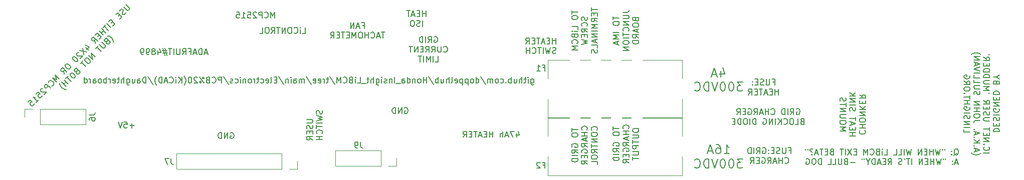
<source format=gbo>
G04 #@! TF.GenerationSoftware,KiCad,Pcbnew,(5.1.9-0-10_14)*
G04 #@! TF.CreationDate,2023-02-12T16:19:48-05:00*
G04 #@! TF.ProjectId,LiBCM-Daughterboard,4c694243-4d2d-4446-9175-676874657262,A*
G04 #@! TF.SameCoordinates,Original*
G04 #@! TF.FileFunction,Legend,Bot*
G04 #@! TF.FilePolarity,Positive*
%FSLAX46Y46*%
G04 Gerber Fmt 4.6, Leading zero omitted, Abs format (unit mm)*
G04 Created by KiCad (PCBNEW (5.1.9-0-10_14)) date 2023-02-12 16:19:48*
%MOMM*%
%LPD*%
G01*
G04 APERTURE LIST*
%ADD10C,0.150000*%
%ADD11C,0.120000*%
%ADD12C,3.000000*%
%ADD13O,1.700000X1.700000*%
%ADD14R,1.700000X1.700000*%
%ADD15O,1.800000X3.600000*%
%ADD16O,3.500000X3.500000*%
%ADD17R,2.000000X2.000000*%
%ADD18O,2.000000X2.000000*%
%ADD19C,3.200000*%
G04 APERTURE END LIST*
D10*
X145177380Y-146185833D02*
X145986904Y-146185833D01*
X146082142Y-146233452D01*
X146129761Y-146281071D01*
X146177380Y-146376309D01*
X146177380Y-146566785D01*
X146129761Y-146662023D01*
X146082142Y-146709642D01*
X145986904Y-146757261D01*
X145177380Y-146757261D01*
X146129761Y-147185833D02*
X146177380Y-147328690D01*
X146177380Y-147566785D01*
X146129761Y-147662023D01*
X146082142Y-147709642D01*
X145986904Y-147757261D01*
X145891666Y-147757261D01*
X145796428Y-147709642D01*
X145748809Y-147662023D01*
X145701190Y-147566785D01*
X145653571Y-147376309D01*
X145605952Y-147281071D01*
X145558333Y-147233452D01*
X145463095Y-147185833D01*
X145367857Y-147185833D01*
X145272619Y-147233452D01*
X145225000Y-147281071D01*
X145177380Y-147376309D01*
X145177380Y-147614404D01*
X145225000Y-147757261D01*
X145653571Y-148185833D02*
X145653571Y-148519166D01*
X146177380Y-148662023D02*
X146177380Y-148185833D01*
X145177380Y-148185833D01*
X145177380Y-148662023D01*
X146177380Y-149662023D02*
X145701190Y-149328690D01*
X146177380Y-149090595D02*
X145177380Y-149090595D01*
X145177380Y-149471547D01*
X145225000Y-149566785D01*
X145272619Y-149614404D01*
X145367857Y-149662023D01*
X145510714Y-149662023D01*
X145605952Y-149614404D01*
X145653571Y-149566785D01*
X145701190Y-149471547D01*
X145701190Y-149090595D01*
X147779761Y-144662023D02*
X147827380Y-144804880D01*
X147827380Y-145042976D01*
X147779761Y-145138214D01*
X147732142Y-145185833D01*
X147636904Y-145233452D01*
X147541666Y-145233452D01*
X147446428Y-145185833D01*
X147398809Y-145138214D01*
X147351190Y-145042976D01*
X147303571Y-144852500D01*
X147255952Y-144757261D01*
X147208333Y-144709642D01*
X147113095Y-144662023D01*
X147017857Y-144662023D01*
X146922619Y-144709642D01*
X146875000Y-144757261D01*
X146827380Y-144852500D01*
X146827380Y-145090595D01*
X146875000Y-145233452D01*
X146827380Y-145566785D02*
X147827380Y-145804880D01*
X147113095Y-145995357D01*
X147827380Y-146185833D01*
X146827380Y-146423928D01*
X147827380Y-146804880D02*
X146827380Y-146804880D01*
X146827380Y-147138214D02*
X146827380Y-147709642D01*
X147827380Y-147423928D02*
X146827380Y-147423928D01*
X147732142Y-148614404D02*
X147779761Y-148566785D01*
X147827380Y-148423928D01*
X147827380Y-148328690D01*
X147779761Y-148185833D01*
X147684523Y-148090595D01*
X147589285Y-148042976D01*
X147398809Y-147995357D01*
X147255952Y-147995357D01*
X147065476Y-148042976D01*
X146970238Y-148090595D01*
X146875000Y-148185833D01*
X146827380Y-148328690D01*
X146827380Y-148423928D01*
X146875000Y-148566785D01*
X146922619Y-148614404D01*
X147827380Y-149042976D02*
X146827380Y-149042976D01*
X147303571Y-149042976D02*
X147303571Y-149614404D01*
X147827380Y-149614404D02*
X146827380Y-149614404D01*
X254516666Y-152272619D02*
X254611904Y-152225000D01*
X254707142Y-152129761D01*
X254850000Y-151986904D01*
X254945238Y-151939285D01*
X255040476Y-151939285D01*
X254992857Y-152177380D02*
X255088095Y-152129761D01*
X255183333Y-152034523D01*
X255230952Y-151844047D01*
X255230952Y-151510714D01*
X255183333Y-151320238D01*
X255088095Y-151225000D01*
X254992857Y-151177380D01*
X254802380Y-151177380D01*
X254707142Y-151225000D01*
X254611904Y-151320238D01*
X254564285Y-151510714D01*
X254564285Y-151844047D01*
X254611904Y-152034523D01*
X254707142Y-152129761D01*
X254802380Y-152177380D01*
X254992857Y-152177380D01*
X254135714Y-152082142D02*
X254088095Y-152129761D01*
X254135714Y-152177380D01*
X254183333Y-152129761D01*
X254135714Y-152082142D01*
X254135714Y-152177380D01*
X254135714Y-151558333D02*
X254088095Y-151605952D01*
X254135714Y-151653571D01*
X254183333Y-151605952D01*
X254135714Y-151558333D01*
X254135714Y-151653571D01*
X252945238Y-151177380D02*
X252945238Y-151367857D01*
X252564285Y-151177380D02*
X252564285Y-151367857D01*
X252230952Y-151177380D02*
X251992857Y-152177380D01*
X251802380Y-151463095D01*
X251611904Y-152177380D01*
X251373809Y-151177380D01*
X250992857Y-152177380D02*
X250992857Y-151177380D01*
X250992857Y-151653571D02*
X250421428Y-151653571D01*
X250421428Y-152177380D02*
X250421428Y-151177380D01*
X249945238Y-151653571D02*
X249611904Y-151653571D01*
X249469047Y-152177380D02*
X249945238Y-152177380D01*
X249945238Y-151177380D01*
X249469047Y-151177380D01*
X249040476Y-152177380D02*
X249040476Y-151177380D01*
X248469047Y-152177380D01*
X248469047Y-151177380D01*
X247326190Y-151177380D02*
X247088095Y-152177380D01*
X246897619Y-151463095D01*
X246707142Y-152177380D01*
X246469047Y-151177380D01*
X246088095Y-152177380D02*
X246088095Y-151177380D01*
X245135714Y-152177380D02*
X245611904Y-152177380D01*
X245611904Y-151177380D01*
X244326190Y-152177380D02*
X244802380Y-152177380D01*
X244802380Y-151177380D01*
X242754761Y-152177380D02*
X243230952Y-152177380D01*
X243230952Y-151177380D01*
X242421428Y-152177380D02*
X242421428Y-151510714D01*
X242421428Y-151177380D02*
X242469047Y-151225000D01*
X242421428Y-151272619D01*
X242373809Y-151225000D01*
X242421428Y-151177380D01*
X242421428Y-151272619D01*
X241611904Y-151653571D02*
X241469047Y-151701190D01*
X241421428Y-151748809D01*
X241373809Y-151844047D01*
X241373809Y-151986904D01*
X241421428Y-152082142D01*
X241469047Y-152129761D01*
X241564285Y-152177380D01*
X241945238Y-152177380D01*
X241945238Y-151177380D01*
X241611904Y-151177380D01*
X241516666Y-151225000D01*
X241469047Y-151272619D01*
X241421428Y-151367857D01*
X241421428Y-151463095D01*
X241469047Y-151558333D01*
X241516666Y-151605952D01*
X241611904Y-151653571D01*
X241945238Y-151653571D01*
X240373809Y-152082142D02*
X240421428Y-152129761D01*
X240564285Y-152177380D01*
X240659523Y-152177380D01*
X240802380Y-152129761D01*
X240897619Y-152034523D01*
X240945238Y-151939285D01*
X240992857Y-151748809D01*
X240992857Y-151605952D01*
X240945238Y-151415476D01*
X240897619Y-151320238D01*
X240802380Y-151225000D01*
X240659523Y-151177380D01*
X240564285Y-151177380D01*
X240421428Y-151225000D01*
X240373809Y-151272619D01*
X239945238Y-152177380D02*
X239945238Y-151177380D01*
X239611904Y-151891666D01*
X239278571Y-151177380D01*
X239278571Y-152177380D01*
X238040476Y-151653571D02*
X237707142Y-151653571D01*
X237564285Y-152177380D02*
X238040476Y-152177380D01*
X238040476Y-151177380D01*
X237564285Y-151177380D01*
X237230952Y-151177380D02*
X236564285Y-152177380D01*
X236564285Y-151177380D02*
X237230952Y-152177380D01*
X236183333Y-152177380D02*
X236183333Y-151177380D01*
X235850000Y-151177380D02*
X235278571Y-151177380D01*
X235564285Y-152177380D02*
X235564285Y-151177380D01*
X233850000Y-151653571D02*
X233707142Y-151701190D01*
X233659523Y-151748809D01*
X233611904Y-151844047D01*
X233611904Y-151986904D01*
X233659523Y-152082142D01*
X233707142Y-152129761D01*
X233802380Y-152177380D01*
X234183333Y-152177380D01*
X234183333Y-151177380D01*
X233850000Y-151177380D01*
X233754761Y-151225000D01*
X233707142Y-151272619D01*
X233659523Y-151367857D01*
X233659523Y-151463095D01*
X233707142Y-151558333D01*
X233754761Y-151605952D01*
X233850000Y-151653571D01*
X234183333Y-151653571D01*
X233183333Y-151653571D02*
X232850000Y-151653571D01*
X232707142Y-152177380D02*
X233183333Y-152177380D01*
X233183333Y-151177380D01*
X232707142Y-151177380D01*
X232421428Y-151177380D02*
X231850000Y-151177380D01*
X232135714Y-152177380D02*
X232135714Y-151177380D01*
X231564285Y-151891666D02*
X231088095Y-151891666D01*
X231659523Y-152177380D02*
X231326190Y-151177380D01*
X230992857Y-152177380D01*
X230516666Y-152082142D02*
X230469047Y-152129761D01*
X230516666Y-152177380D01*
X230564285Y-152129761D01*
X230516666Y-152082142D01*
X230516666Y-152177380D01*
X230707142Y-151225000D02*
X230611904Y-151177380D01*
X230373809Y-151177380D01*
X230278571Y-151225000D01*
X230230952Y-151320238D01*
X230230952Y-151415476D01*
X230278571Y-151510714D01*
X230326190Y-151558333D01*
X230421428Y-151605952D01*
X230469047Y-151653571D01*
X230516666Y-151748809D01*
X230516666Y-151796428D01*
X229850000Y-151177380D02*
X229850000Y-151367857D01*
X229469047Y-151177380D02*
X229469047Y-151367857D01*
X255183333Y-153541666D02*
X254707142Y-153541666D01*
X255278571Y-153827380D02*
X254945238Y-152827380D01*
X254611904Y-153827380D01*
X254278571Y-153732142D02*
X254230952Y-153779761D01*
X254278571Y-153827380D01*
X254326190Y-153779761D01*
X254278571Y-153732142D01*
X254278571Y-153827380D01*
X254278571Y-153208333D02*
X254230952Y-153255952D01*
X254278571Y-153303571D01*
X254326190Y-153255952D01*
X254278571Y-153208333D01*
X254278571Y-153303571D01*
X253088095Y-152827380D02*
X253088095Y-153017857D01*
X252707142Y-152827380D02*
X252707142Y-153017857D01*
X252373809Y-152827380D02*
X252135714Y-153827380D01*
X251945238Y-153113095D01*
X251754761Y-153827380D01*
X251516666Y-152827380D01*
X251135714Y-153827380D02*
X251135714Y-152827380D01*
X251135714Y-153303571D02*
X250564285Y-153303571D01*
X250564285Y-153827380D02*
X250564285Y-152827380D01*
X250088095Y-153303571D02*
X249754761Y-153303571D01*
X249611904Y-153827380D02*
X250088095Y-153827380D01*
X250088095Y-152827380D01*
X249611904Y-152827380D01*
X249183333Y-153827380D02*
X249183333Y-152827380D01*
X248611904Y-153827380D01*
X248611904Y-152827380D01*
X247373809Y-153827380D02*
X247373809Y-152827380D01*
X247040476Y-152827380D02*
X246469047Y-152827380D01*
X246754761Y-153827380D02*
X246754761Y-152827380D01*
X246088095Y-152827380D02*
X246183333Y-153017857D01*
X245707142Y-153779761D02*
X245564285Y-153827380D01*
X245326190Y-153827380D01*
X245230952Y-153779761D01*
X245183333Y-153732142D01*
X245135714Y-153636904D01*
X245135714Y-153541666D01*
X245183333Y-153446428D01*
X245230952Y-153398809D01*
X245326190Y-153351190D01*
X245516666Y-153303571D01*
X245611904Y-153255952D01*
X245659523Y-153208333D01*
X245707142Y-153113095D01*
X245707142Y-153017857D01*
X245659523Y-152922619D01*
X245611904Y-152875000D01*
X245516666Y-152827380D01*
X245278571Y-152827380D01*
X245135714Y-152875000D01*
X243373809Y-153827380D02*
X243707142Y-153351190D01*
X243945238Y-153827380D02*
X243945238Y-152827380D01*
X243564285Y-152827380D01*
X243469047Y-152875000D01*
X243421428Y-152922619D01*
X243373809Y-153017857D01*
X243373809Y-153160714D01*
X243421428Y-153255952D01*
X243469047Y-153303571D01*
X243564285Y-153351190D01*
X243945238Y-153351190D01*
X242945238Y-153303571D02*
X242611904Y-153303571D01*
X242469047Y-153827380D02*
X242945238Y-153827380D01*
X242945238Y-152827380D01*
X242469047Y-152827380D01*
X242088095Y-153541666D02*
X241611904Y-153541666D01*
X242183333Y-153827380D02*
X241850000Y-152827380D01*
X241516666Y-153827380D01*
X241183333Y-153827380D02*
X241183333Y-152827380D01*
X240945238Y-152827380D01*
X240802380Y-152875000D01*
X240707142Y-152970238D01*
X240659523Y-153065476D01*
X240611904Y-153255952D01*
X240611904Y-153398809D01*
X240659523Y-153589285D01*
X240707142Y-153684523D01*
X240802380Y-153779761D01*
X240945238Y-153827380D01*
X241183333Y-153827380D01*
X239992857Y-153351190D02*
X239992857Y-153827380D01*
X240326190Y-152827380D02*
X239992857Y-153351190D01*
X239659523Y-152827380D01*
X239373809Y-152827380D02*
X239373809Y-153017857D01*
X238992857Y-152827380D02*
X238992857Y-153017857D01*
X237802380Y-153446428D02*
X237040476Y-153446428D01*
X236230952Y-153303571D02*
X236088095Y-153351190D01*
X236040476Y-153398809D01*
X235992857Y-153494047D01*
X235992857Y-153636904D01*
X236040476Y-153732142D01*
X236088095Y-153779761D01*
X236183333Y-153827380D01*
X236564285Y-153827380D01*
X236564285Y-152827380D01*
X236230952Y-152827380D01*
X236135714Y-152875000D01*
X236088095Y-152922619D01*
X236040476Y-153017857D01*
X236040476Y-153113095D01*
X236088095Y-153208333D01*
X236135714Y-153255952D01*
X236230952Y-153303571D01*
X236564285Y-153303571D01*
X235564285Y-152827380D02*
X235564285Y-153636904D01*
X235516666Y-153732142D01*
X235469047Y-153779761D01*
X235373809Y-153827380D01*
X235183333Y-153827380D01*
X235088095Y-153779761D01*
X235040476Y-153732142D01*
X234992857Y-153636904D01*
X234992857Y-152827380D01*
X234040476Y-153827380D02*
X234516666Y-153827380D01*
X234516666Y-152827380D01*
X233230952Y-153827380D02*
X233707142Y-153827380D01*
X233707142Y-152827380D01*
X232135714Y-153827380D02*
X232135714Y-152827380D01*
X231897619Y-152827380D01*
X231754761Y-152875000D01*
X231659523Y-152970238D01*
X231611904Y-153065476D01*
X231564285Y-153255952D01*
X231564285Y-153398809D01*
X231611904Y-153589285D01*
X231659523Y-153684523D01*
X231754761Y-153779761D01*
X231897619Y-153827380D01*
X232135714Y-153827380D01*
X230945238Y-152827380D02*
X230754761Y-152827380D01*
X230659523Y-152875000D01*
X230564285Y-152970238D01*
X230516666Y-153160714D01*
X230516666Y-153494047D01*
X230564285Y-153684523D01*
X230659523Y-153779761D01*
X230754761Y-153827380D01*
X230945238Y-153827380D01*
X231040476Y-153779761D01*
X231135714Y-153684523D01*
X231183333Y-153494047D01*
X231183333Y-153160714D01*
X231135714Y-152970238D01*
X231040476Y-152875000D01*
X230945238Y-152827380D01*
X229564285Y-152875000D02*
X229659523Y-152827380D01*
X229802380Y-152827380D01*
X229945238Y-152875000D01*
X230040476Y-152970238D01*
X230088095Y-153065476D01*
X230135714Y-153255952D01*
X230135714Y-153398809D01*
X230088095Y-153589285D01*
X230040476Y-153684523D01*
X229945238Y-153779761D01*
X229802380Y-153827380D01*
X229707142Y-153827380D01*
X229564285Y-153779761D01*
X229516666Y-153732142D01*
X229516666Y-153398809D01*
X229707142Y-153398809D01*
X238642857Y-148064285D02*
X238595238Y-148111904D01*
X238547619Y-148254761D01*
X238547619Y-148350000D01*
X238595238Y-148492857D01*
X238690476Y-148588095D01*
X238785714Y-148635714D01*
X238976190Y-148683333D01*
X239119047Y-148683333D01*
X239309523Y-148635714D01*
X239404761Y-148588095D01*
X239500000Y-148492857D01*
X239547619Y-148350000D01*
X239547619Y-148254761D01*
X239500000Y-148111904D01*
X239452380Y-148064285D01*
X238547619Y-147635714D02*
X239547619Y-147635714D01*
X239071428Y-147635714D02*
X239071428Y-147064285D01*
X238547619Y-147064285D02*
X239547619Y-147064285D01*
X239547619Y-146397619D02*
X239547619Y-146207142D01*
X239500000Y-146111904D01*
X239404761Y-146016666D01*
X239214285Y-145969047D01*
X238880952Y-145969047D01*
X238690476Y-146016666D01*
X238595238Y-146111904D01*
X238547619Y-146207142D01*
X238547619Y-146397619D01*
X238595238Y-146492857D01*
X238690476Y-146588095D01*
X238880952Y-146635714D01*
X239214285Y-146635714D01*
X239404761Y-146588095D01*
X239500000Y-146492857D01*
X239547619Y-146397619D01*
X238547619Y-145540476D02*
X239547619Y-145540476D01*
X238547619Y-144969047D01*
X239547619Y-144969047D01*
X238547619Y-144492857D02*
X239547619Y-144492857D01*
X238547619Y-143921428D02*
X239119047Y-144350000D01*
X239547619Y-143921428D02*
X238976190Y-144492857D01*
X239071428Y-143492857D02*
X239071428Y-143159523D01*
X238547619Y-143016666D02*
X238547619Y-143492857D01*
X239547619Y-143492857D01*
X239547619Y-143016666D01*
X238547619Y-142016666D02*
X239023809Y-142350000D01*
X238547619Y-142588095D02*
X239547619Y-142588095D01*
X239547619Y-142207142D01*
X239500000Y-142111904D01*
X239452380Y-142064285D01*
X239357142Y-142016666D01*
X239214285Y-142016666D01*
X239119047Y-142064285D01*
X239071428Y-142111904D01*
X239023809Y-142207142D01*
X239023809Y-142588095D01*
X236897619Y-149016666D02*
X237897619Y-149016666D01*
X237421428Y-149016666D02*
X237421428Y-148445238D01*
X236897619Y-148445238D02*
X237897619Y-148445238D01*
X237421428Y-147969047D02*
X237421428Y-147635714D01*
X236897619Y-147492857D02*
X236897619Y-147969047D01*
X237897619Y-147969047D01*
X237897619Y-147492857D01*
X237183333Y-147111904D02*
X237183333Y-146635714D01*
X236897619Y-147207142D02*
X237897619Y-146873809D01*
X236897619Y-146540476D01*
X237897619Y-146350000D02*
X237897619Y-145778571D01*
X236897619Y-146064285D02*
X237897619Y-146064285D01*
X236945238Y-144730952D02*
X236897619Y-144588095D01*
X236897619Y-144350000D01*
X236945238Y-144254761D01*
X236992857Y-144207142D01*
X237088095Y-144159523D01*
X237183333Y-144159523D01*
X237278571Y-144207142D01*
X237326190Y-144254761D01*
X237373809Y-144350000D01*
X237421428Y-144540476D01*
X237469047Y-144635714D01*
X237516666Y-144683333D01*
X237611904Y-144730952D01*
X237707142Y-144730952D01*
X237802380Y-144683333D01*
X237850000Y-144635714D01*
X237897619Y-144540476D01*
X237897619Y-144302380D01*
X237850000Y-144159523D01*
X236897619Y-143730952D02*
X237897619Y-143730952D01*
X236897619Y-143254761D02*
X237897619Y-143254761D01*
X236897619Y-142683333D01*
X237897619Y-142683333D01*
X236897619Y-142207142D02*
X237897619Y-142207142D01*
X236897619Y-141635714D02*
X237469047Y-142064285D01*
X237897619Y-141635714D02*
X237326190Y-142207142D01*
X235247619Y-148111904D02*
X236247619Y-148111904D01*
X235533333Y-147778571D01*
X236247619Y-147445238D01*
X235247619Y-147445238D01*
X236247619Y-146778571D02*
X236247619Y-146588095D01*
X236200000Y-146492857D01*
X236104761Y-146397619D01*
X235914285Y-146350000D01*
X235580952Y-146350000D01*
X235390476Y-146397619D01*
X235295238Y-146492857D01*
X235247619Y-146588095D01*
X235247619Y-146778571D01*
X235295238Y-146873809D01*
X235390476Y-146969047D01*
X235580952Y-147016666D01*
X235914285Y-147016666D01*
X236104761Y-146969047D01*
X236200000Y-146873809D01*
X236247619Y-146778571D01*
X236247619Y-145921428D02*
X235438095Y-145921428D01*
X235342857Y-145873809D01*
X235295238Y-145826190D01*
X235247619Y-145730952D01*
X235247619Y-145540476D01*
X235295238Y-145445238D01*
X235342857Y-145397619D01*
X235438095Y-145350000D01*
X236247619Y-145350000D01*
X235247619Y-144873809D02*
X236247619Y-144873809D01*
X235247619Y-144302380D01*
X236247619Y-144302380D01*
X236247619Y-143969047D02*
X236247619Y-143397619D01*
X235247619Y-143683333D02*
X236247619Y-143683333D01*
X235295238Y-143111904D02*
X235247619Y-142969047D01*
X235247619Y-142730952D01*
X235295238Y-142635714D01*
X235342857Y-142588095D01*
X235438095Y-142540476D01*
X235533333Y-142540476D01*
X235628571Y-142588095D01*
X235676190Y-142635714D01*
X235723809Y-142730952D01*
X235771428Y-142921428D01*
X235819047Y-143016666D01*
X235866666Y-143064285D01*
X235961904Y-143111904D01*
X236057142Y-143111904D01*
X236152380Y-143064285D01*
X236200000Y-143016666D01*
X236247619Y-142921428D01*
X236247619Y-142683333D01*
X236200000Y-142540476D01*
X183073809Y-139335714D02*
X183073809Y-140145238D01*
X183121428Y-140240476D01*
X183169047Y-140288095D01*
X183264285Y-140335714D01*
X183407142Y-140335714D01*
X183502380Y-140288095D01*
X183073809Y-139954761D02*
X183169047Y-140002380D01*
X183359523Y-140002380D01*
X183454761Y-139954761D01*
X183502380Y-139907142D01*
X183549999Y-139811904D01*
X183549999Y-139526190D01*
X183502380Y-139430952D01*
X183454761Y-139383333D01*
X183359523Y-139335714D01*
X183169047Y-139335714D01*
X183073809Y-139383333D01*
X182597619Y-140002380D02*
X182597619Y-139335714D01*
X182597619Y-139002380D02*
X182645238Y-139050000D01*
X182597619Y-139097619D01*
X182549999Y-139050000D01*
X182597619Y-139002380D01*
X182597619Y-139097619D01*
X182264285Y-139335714D02*
X181883333Y-139335714D01*
X182121428Y-139002380D02*
X182121428Y-139859523D01*
X182073809Y-139954761D01*
X181978571Y-140002380D01*
X181883333Y-140002380D01*
X181549999Y-140002380D02*
X181549999Y-139002380D01*
X181121428Y-140002380D02*
X181121428Y-139478571D01*
X181169047Y-139383333D01*
X181264285Y-139335714D01*
X181407142Y-139335714D01*
X181502380Y-139383333D01*
X181549999Y-139430952D01*
X180216666Y-139335714D02*
X180216666Y-140002380D01*
X180645238Y-139335714D02*
X180645238Y-139859523D01*
X180597619Y-139954761D01*
X180502380Y-140002380D01*
X180359523Y-140002380D01*
X180264285Y-139954761D01*
X180216666Y-139907142D01*
X179740476Y-140002380D02*
X179740476Y-139002380D01*
X179740476Y-139383333D02*
X179645238Y-139335714D01*
X179454761Y-139335714D01*
X179359523Y-139383333D01*
X179311904Y-139430952D01*
X179264285Y-139526190D01*
X179264285Y-139811904D01*
X179311904Y-139907142D01*
X179359523Y-139954761D01*
X179454761Y-140002380D01*
X179645238Y-140002380D01*
X179740476Y-139954761D01*
X178835714Y-139907142D02*
X178788095Y-139954761D01*
X178835714Y-140002380D01*
X178883333Y-139954761D01*
X178835714Y-139907142D01*
X178835714Y-140002380D01*
X177930952Y-139954761D02*
X178026190Y-140002380D01*
X178216666Y-140002380D01*
X178311904Y-139954761D01*
X178359523Y-139907142D01*
X178407142Y-139811904D01*
X178407142Y-139526190D01*
X178359523Y-139430952D01*
X178311904Y-139383333D01*
X178216666Y-139335714D01*
X178026190Y-139335714D01*
X177930952Y-139383333D01*
X177359523Y-140002380D02*
X177454761Y-139954761D01*
X177502380Y-139907142D01*
X177549999Y-139811904D01*
X177549999Y-139526190D01*
X177502380Y-139430952D01*
X177454761Y-139383333D01*
X177359523Y-139335714D01*
X177216666Y-139335714D01*
X177121428Y-139383333D01*
X177073809Y-139430952D01*
X177026190Y-139526190D01*
X177026190Y-139811904D01*
X177073809Y-139907142D01*
X177121428Y-139954761D01*
X177216666Y-140002380D01*
X177359523Y-140002380D01*
X176597619Y-140002380D02*
X176597619Y-139335714D01*
X176597619Y-139430952D02*
X176549999Y-139383333D01*
X176454761Y-139335714D01*
X176311904Y-139335714D01*
X176216666Y-139383333D01*
X176169047Y-139478571D01*
X176169047Y-140002380D01*
X176169047Y-139478571D02*
X176121428Y-139383333D01*
X176026190Y-139335714D01*
X175883333Y-139335714D01*
X175788095Y-139383333D01*
X175740476Y-139478571D01*
X175740476Y-140002380D01*
X174549999Y-138954761D02*
X175407142Y-140240476D01*
X173788095Y-140002380D02*
X173788095Y-139002380D01*
X173788095Y-139954761D02*
X173883333Y-140002380D01*
X174073809Y-140002380D01*
X174169047Y-139954761D01*
X174216666Y-139907142D01*
X174264285Y-139811904D01*
X174264285Y-139526190D01*
X174216666Y-139430952D01*
X174169047Y-139383333D01*
X174073809Y-139335714D01*
X173883333Y-139335714D01*
X173788095Y-139383333D01*
X173169047Y-140002380D02*
X173264285Y-139954761D01*
X173311904Y-139907142D01*
X173359523Y-139811904D01*
X173359523Y-139526190D01*
X173311904Y-139430952D01*
X173264285Y-139383333D01*
X173169047Y-139335714D01*
X173026190Y-139335714D01*
X172930952Y-139383333D01*
X172883333Y-139430952D01*
X172835714Y-139526190D01*
X172835714Y-139811904D01*
X172883333Y-139907142D01*
X172930952Y-139954761D01*
X173026190Y-140002380D01*
X173169047Y-140002380D01*
X172407142Y-139335714D02*
X172407142Y-140335714D01*
X172407142Y-139383333D02*
X172311904Y-139335714D01*
X172121428Y-139335714D01*
X172026190Y-139383333D01*
X171978571Y-139430952D01*
X171930952Y-139526190D01*
X171930952Y-139811904D01*
X171978571Y-139907142D01*
X172026190Y-139954761D01*
X172121428Y-140002380D01*
X172311904Y-140002380D01*
X172407142Y-139954761D01*
X171502380Y-139335714D02*
X171502380Y-140335714D01*
X171502380Y-139383333D02*
X171407142Y-139335714D01*
X171216666Y-139335714D01*
X171121428Y-139383333D01*
X171073809Y-139430952D01*
X171026190Y-139526190D01*
X171026190Y-139811904D01*
X171073809Y-139907142D01*
X171121428Y-139954761D01*
X171216666Y-140002380D01*
X171407142Y-140002380D01*
X171502380Y-139954761D01*
X170216666Y-139954761D02*
X170311904Y-140002380D01*
X170502380Y-140002380D01*
X170597619Y-139954761D01*
X170645238Y-139859523D01*
X170645238Y-139478571D01*
X170597619Y-139383333D01*
X170502380Y-139335714D01*
X170311904Y-139335714D01*
X170216666Y-139383333D01*
X170169047Y-139478571D01*
X170169047Y-139573809D01*
X170645238Y-139669047D01*
X169597619Y-140002380D02*
X169692857Y-139954761D01*
X169740476Y-139859523D01*
X169740476Y-139002380D01*
X169216666Y-140002380D02*
X169216666Y-139002380D01*
X168788095Y-140002380D02*
X168788095Y-139478571D01*
X168835714Y-139383333D01*
X168930952Y-139335714D01*
X169073809Y-139335714D01*
X169169047Y-139383333D01*
X169216666Y-139430952D01*
X167883333Y-139335714D02*
X167883333Y-140002380D01*
X168311904Y-139335714D02*
X168311904Y-139859523D01*
X168264285Y-139954761D01*
X168169047Y-140002380D01*
X168026190Y-140002380D01*
X167930952Y-139954761D01*
X167883333Y-139907142D01*
X167407142Y-140002380D02*
X167407142Y-139002380D01*
X167407142Y-139383333D02*
X167311904Y-139335714D01*
X167121428Y-139335714D01*
X167026190Y-139383333D01*
X166978571Y-139430952D01*
X166930952Y-139526190D01*
X166930952Y-139811904D01*
X166978571Y-139907142D01*
X167026190Y-139954761D01*
X167121428Y-140002380D01*
X167311904Y-140002380D01*
X167407142Y-139954761D01*
X165788095Y-138954761D02*
X166645238Y-140240476D01*
X165454761Y-140002380D02*
X165454761Y-139002380D01*
X165454761Y-139478571D02*
X164883333Y-139478571D01*
X164883333Y-140002380D02*
X164883333Y-139002380D01*
X164264285Y-140002380D02*
X164359523Y-139954761D01*
X164407142Y-139907142D01*
X164454761Y-139811904D01*
X164454761Y-139526190D01*
X164407142Y-139430952D01*
X164359523Y-139383333D01*
X164264285Y-139335714D01*
X164121428Y-139335714D01*
X164026190Y-139383333D01*
X163978571Y-139430952D01*
X163930952Y-139526190D01*
X163930952Y-139811904D01*
X163978571Y-139907142D01*
X164026190Y-139954761D01*
X164121428Y-140002380D01*
X164264285Y-140002380D01*
X163502380Y-139335714D02*
X163502380Y-140002380D01*
X163502380Y-139430952D02*
X163454761Y-139383333D01*
X163359523Y-139335714D01*
X163216666Y-139335714D01*
X163121428Y-139383333D01*
X163073809Y-139478571D01*
X163073809Y-140002380D01*
X162169047Y-140002380D02*
X162169047Y-139002380D01*
X162169047Y-139954761D02*
X162264285Y-140002380D01*
X162454761Y-140002380D01*
X162550000Y-139954761D01*
X162597619Y-139907142D01*
X162645238Y-139811904D01*
X162645238Y-139526190D01*
X162597619Y-139430952D01*
X162550000Y-139383333D01*
X162454761Y-139335714D01*
X162264285Y-139335714D01*
X162169047Y-139383333D01*
X161264285Y-140002380D02*
X161264285Y-139478571D01*
X161311904Y-139383333D01*
X161407142Y-139335714D01*
X161597619Y-139335714D01*
X161692857Y-139383333D01*
X161264285Y-139954761D02*
X161359523Y-140002380D01*
X161597619Y-140002380D01*
X161692857Y-139954761D01*
X161740476Y-139859523D01*
X161740476Y-139764285D01*
X161692857Y-139669047D01*
X161597619Y-139621428D01*
X161359523Y-139621428D01*
X161264285Y-139573809D01*
X161026190Y-140097619D02*
X160264285Y-140097619D01*
X160026190Y-140002380D02*
X160026190Y-139002380D01*
X159550000Y-139335714D02*
X159550000Y-140002380D01*
X159550000Y-139430952D02*
X159502380Y-139383333D01*
X159407142Y-139335714D01*
X159264285Y-139335714D01*
X159169047Y-139383333D01*
X159121428Y-139478571D01*
X159121428Y-140002380D01*
X158692857Y-139954761D02*
X158597619Y-140002380D01*
X158407142Y-140002380D01*
X158311904Y-139954761D01*
X158264285Y-139859523D01*
X158264285Y-139811904D01*
X158311904Y-139716666D01*
X158407142Y-139669047D01*
X158550000Y-139669047D01*
X158645238Y-139621428D01*
X158692857Y-139526190D01*
X158692857Y-139478571D01*
X158645238Y-139383333D01*
X158550000Y-139335714D01*
X158407142Y-139335714D01*
X158311904Y-139383333D01*
X157835714Y-140002380D02*
X157835714Y-139335714D01*
X157835714Y-139002380D02*
X157883333Y-139050000D01*
X157835714Y-139097619D01*
X157788095Y-139050000D01*
X157835714Y-139002380D01*
X157835714Y-139097619D01*
X156930952Y-139335714D02*
X156930952Y-140145238D01*
X156978571Y-140240476D01*
X157026190Y-140288095D01*
X157121428Y-140335714D01*
X157264285Y-140335714D01*
X157359523Y-140288095D01*
X156930952Y-139954761D02*
X157026190Y-140002380D01*
X157216666Y-140002380D01*
X157311904Y-139954761D01*
X157359523Y-139907142D01*
X157407142Y-139811904D01*
X157407142Y-139526190D01*
X157359523Y-139430952D01*
X157311904Y-139383333D01*
X157216666Y-139335714D01*
X157026190Y-139335714D01*
X156930952Y-139383333D01*
X156454761Y-140002380D02*
X156454761Y-139002380D01*
X156026190Y-140002380D02*
X156026190Y-139478571D01*
X156073809Y-139383333D01*
X156169047Y-139335714D01*
X156311904Y-139335714D01*
X156407142Y-139383333D01*
X156454761Y-139430952D01*
X155692857Y-139335714D02*
X155311904Y-139335714D01*
X155550000Y-139002380D02*
X155550000Y-139859523D01*
X155502380Y-139954761D01*
X155407142Y-140002380D01*
X155311904Y-140002380D01*
X155216666Y-140097619D02*
X154454761Y-140097619D01*
X153740476Y-140002380D02*
X154216666Y-140002380D01*
X154216666Y-139002380D01*
X153407142Y-140002380D02*
X153407142Y-139335714D01*
X153407142Y-139002380D02*
X153454761Y-139050000D01*
X153407142Y-139097619D01*
X153359523Y-139050000D01*
X153407142Y-139002380D01*
X153407142Y-139097619D01*
X152597619Y-139478571D02*
X152454761Y-139526190D01*
X152407142Y-139573809D01*
X152359523Y-139669047D01*
X152359523Y-139811904D01*
X152407142Y-139907142D01*
X152454761Y-139954761D01*
X152550000Y-140002380D01*
X152930952Y-140002380D01*
X152930952Y-139002380D01*
X152597619Y-139002380D01*
X152502380Y-139050000D01*
X152454761Y-139097619D01*
X152407142Y-139192857D01*
X152407142Y-139288095D01*
X152454761Y-139383333D01*
X152502380Y-139430952D01*
X152597619Y-139478571D01*
X152930952Y-139478571D01*
X151359523Y-139907142D02*
X151407142Y-139954761D01*
X151550000Y-140002380D01*
X151645238Y-140002380D01*
X151788095Y-139954761D01*
X151883333Y-139859523D01*
X151930952Y-139764285D01*
X151978571Y-139573809D01*
X151978571Y-139430952D01*
X151930952Y-139240476D01*
X151883333Y-139145238D01*
X151788095Y-139050000D01*
X151645238Y-139002380D01*
X151550000Y-139002380D01*
X151407142Y-139050000D01*
X151359523Y-139097619D01*
X150930952Y-140002380D02*
X150930952Y-139002380D01*
X150597619Y-139716666D01*
X150264285Y-139002380D01*
X150264285Y-140002380D01*
X149073809Y-138954761D02*
X149930952Y-140240476D01*
X148883333Y-139335714D02*
X148502380Y-139335714D01*
X148740476Y-139002380D02*
X148740476Y-139859523D01*
X148692857Y-139954761D01*
X148597619Y-140002380D01*
X148502380Y-140002380D01*
X148169047Y-140002380D02*
X148169047Y-139335714D01*
X148169047Y-139526190D02*
X148121428Y-139430952D01*
X148073809Y-139383333D01*
X147978571Y-139335714D01*
X147883333Y-139335714D01*
X147169047Y-139954761D02*
X147264285Y-140002380D01*
X147454761Y-140002380D01*
X147550000Y-139954761D01*
X147597619Y-139859523D01*
X147597619Y-139478571D01*
X147550000Y-139383333D01*
X147454761Y-139335714D01*
X147264285Y-139335714D01*
X147169047Y-139383333D01*
X147121428Y-139478571D01*
X147121428Y-139573809D01*
X147597619Y-139669047D01*
X146311904Y-139954761D02*
X146407142Y-140002380D01*
X146597619Y-140002380D01*
X146692857Y-139954761D01*
X146740476Y-139859523D01*
X146740476Y-139478571D01*
X146692857Y-139383333D01*
X146597619Y-139335714D01*
X146407142Y-139335714D01*
X146311904Y-139383333D01*
X146264285Y-139478571D01*
X146264285Y-139573809D01*
X146740476Y-139669047D01*
X145121428Y-138954761D02*
X145978571Y-140240476D01*
X144788095Y-140002380D02*
X144788095Y-139335714D01*
X144788095Y-139430952D02*
X144740476Y-139383333D01*
X144645238Y-139335714D01*
X144502380Y-139335714D01*
X144407142Y-139383333D01*
X144359523Y-139478571D01*
X144359523Y-140002380D01*
X144359523Y-139478571D02*
X144311904Y-139383333D01*
X144216666Y-139335714D01*
X144073809Y-139335714D01*
X143978571Y-139383333D01*
X143930952Y-139478571D01*
X143930952Y-140002380D01*
X143026190Y-140002380D02*
X143026190Y-139478571D01*
X143073809Y-139383333D01*
X143169047Y-139335714D01*
X143359523Y-139335714D01*
X143454761Y-139383333D01*
X143026190Y-139954761D02*
X143121428Y-140002380D01*
X143359523Y-140002380D01*
X143454761Y-139954761D01*
X143502380Y-139859523D01*
X143502380Y-139764285D01*
X143454761Y-139669047D01*
X143359523Y-139621428D01*
X143121428Y-139621428D01*
X143026190Y-139573809D01*
X142550000Y-140002380D02*
X142550000Y-139335714D01*
X142550000Y-139002380D02*
X142597619Y-139050000D01*
X142550000Y-139097619D01*
X142502380Y-139050000D01*
X142550000Y-139002380D01*
X142550000Y-139097619D01*
X142073809Y-139335714D02*
X142073809Y-140002380D01*
X142073809Y-139430952D02*
X142026190Y-139383333D01*
X141930952Y-139335714D01*
X141788095Y-139335714D01*
X141692857Y-139383333D01*
X141645238Y-139478571D01*
X141645238Y-140002380D01*
X140454761Y-138954761D02*
X141311904Y-140240476D01*
X140121428Y-139478571D02*
X139788095Y-139478571D01*
X139645238Y-140002380D02*
X140121428Y-140002380D01*
X140121428Y-139002380D01*
X139645238Y-139002380D01*
X139073809Y-140002380D02*
X139169047Y-139954761D01*
X139216666Y-139859523D01*
X139216666Y-139002380D01*
X138311904Y-139954761D02*
X138407142Y-140002380D01*
X138597619Y-140002380D01*
X138692857Y-139954761D01*
X138740476Y-139859523D01*
X138740476Y-139478571D01*
X138692857Y-139383333D01*
X138597619Y-139335714D01*
X138407142Y-139335714D01*
X138311904Y-139383333D01*
X138264285Y-139478571D01*
X138264285Y-139573809D01*
X138740476Y-139669047D01*
X137407142Y-139954761D02*
X137502380Y-140002380D01*
X137692857Y-140002380D01*
X137788095Y-139954761D01*
X137835714Y-139907142D01*
X137883333Y-139811904D01*
X137883333Y-139526190D01*
X137835714Y-139430952D01*
X137788095Y-139383333D01*
X137692857Y-139335714D01*
X137502380Y-139335714D01*
X137407142Y-139383333D01*
X137121428Y-139335714D02*
X136740476Y-139335714D01*
X136978571Y-139002380D02*
X136978571Y-139859523D01*
X136930952Y-139954761D01*
X136835714Y-140002380D01*
X136740476Y-140002380D01*
X136407142Y-140002380D02*
X136407142Y-139335714D01*
X136407142Y-139526190D02*
X136359523Y-139430952D01*
X136311904Y-139383333D01*
X136216666Y-139335714D01*
X136121428Y-139335714D01*
X135645238Y-140002380D02*
X135740476Y-139954761D01*
X135788095Y-139907142D01*
X135835714Y-139811904D01*
X135835714Y-139526190D01*
X135788095Y-139430952D01*
X135740476Y-139383333D01*
X135645238Y-139335714D01*
X135502380Y-139335714D01*
X135407142Y-139383333D01*
X135359523Y-139430952D01*
X135311904Y-139526190D01*
X135311904Y-139811904D01*
X135359523Y-139907142D01*
X135407142Y-139954761D01*
X135502380Y-140002380D01*
X135645238Y-140002380D01*
X134883333Y-139335714D02*
X134883333Y-140002380D01*
X134883333Y-139430952D02*
X134835714Y-139383333D01*
X134740476Y-139335714D01*
X134597619Y-139335714D01*
X134502380Y-139383333D01*
X134454761Y-139478571D01*
X134454761Y-140002380D01*
X133978571Y-140002380D02*
X133978571Y-139335714D01*
X133978571Y-139002380D02*
X134026190Y-139050000D01*
X133978571Y-139097619D01*
X133930952Y-139050000D01*
X133978571Y-139002380D01*
X133978571Y-139097619D01*
X133073809Y-139954761D02*
X133169047Y-140002380D01*
X133359523Y-140002380D01*
X133454761Y-139954761D01*
X133502380Y-139907142D01*
X133550000Y-139811904D01*
X133550000Y-139526190D01*
X133502380Y-139430952D01*
X133454761Y-139383333D01*
X133359523Y-139335714D01*
X133169047Y-139335714D01*
X133073809Y-139383333D01*
X132692857Y-139954761D02*
X132597619Y-140002380D01*
X132407142Y-140002380D01*
X132311904Y-139954761D01*
X132264285Y-139859523D01*
X132264285Y-139811904D01*
X132311904Y-139716666D01*
X132407142Y-139669047D01*
X132550000Y-139669047D01*
X132645238Y-139621428D01*
X132692857Y-139526190D01*
X132692857Y-139478571D01*
X132645238Y-139383333D01*
X132550000Y-139335714D01*
X132407142Y-139335714D01*
X132311904Y-139383333D01*
X131121428Y-138954761D02*
X131978571Y-140240476D01*
X130788095Y-140002380D02*
X130788095Y-139002380D01*
X130407142Y-139002380D01*
X130311904Y-139050000D01*
X130264285Y-139097619D01*
X130216666Y-139192857D01*
X130216666Y-139335714D01*
X130264285Y-139430952D01*
X130311904Y-139478571D01*
X130407142Y-139526190D01*
X130788095Y-139526190D01*
X129216666Y-139907142D02*
X129264285Y-139954761D01*
X129407142Y-140002380D01*
X129502380Y-140002380D01*
X129645238Y-139954761D01*
X129740476Y-139859523D01*
X129788095Y-139764285D01*
X129835714Y-139573809D01*
X129835714Y-139430952D01*
X129788095Y-139240476D01*
X129740476Y-139145238D01*
X129645238Y-139050000D01*
X129502380Y-139002380D01*
X129407142Y-139002380D01*
X129264285Y-139050000D01*
X129216666Y-139097619D01*
X128454761Y-139478571D02*
X128311904Y-139526190D01*
X128264285Y-139573809D01*
X128216666Y-139669047D01*
X128216666Y-139811904D01*
X128264285Y-139907142D01*
X128311904Y-139954761D01*
X128407142Y-140002380D01*
X128788095Y-140002380D01*
X128788095Y-139002380D01*
X128454761Y-139002380D01*
X128359523Y-139050000D01*
X128311904Y-139097619D01*
X128264285Y-139192857D01*
X128264285Y-139288095D01*
X128311904Y-139383333D01*
X128359523Y-139430952D01*
X128454761Y-139478571D01*
X128788095Y-139478571D01*
X127835714Y-140002380D02*
X127073809Y-139002380D01*
X127692857Y-139002380D02*
X127597619Y-139050000D01*
X127550000Y-139145238D01*
X127597619Y-139240476D01*
X127692857Y-139288095D01*
X127788095Y-139240476D01*
X127835714Y-139145238D01*
X127788095Y-139050000D01*
X127692857Y-139002380D01*
X127121428Y-139954761D02*
X127073809Y-139859523D01*
X127121428Y-139764285D01*
X127216666Y-139716666D01*
X127311904Y-139764285D01*
X127359523Y-139859523D01*
X127311904Y-139954761D01*
X127216666Y-140002380D01*
X127121428Y-139954761D01*
X126692857Y-139097619D02*
X126645238Y-139050000D01*
X126550000Y-139002380D01*
X126311904Y-139002380D01*
X126216666Y-139050000D01*
X126169047Y-139097619D01*
X126121428Y-139192857D01*
X126121428Y-139288095D01*
X126169047Y-139430952D01*
X126740476Y-140002380D01*
X126121428Y-140002380D01*
X125502380Y-139002380D02*
X125407142Y-139002380D01*
X125311904Y-139050000D01*
X125264285Y-139097619D01*
X125216666Y-139192857D01*
X125169047Y-139383333D01*
X125169047Y-139621428D01*
X125216666Y-139811904D01*
X125264285Y-139907142D01*
X125311904Y-139954761D01*
X125407142Y-140002380D01*
X125502380Y-140002380D01*
X125597619Y-139954761D01*
X125645238Y-139907142D01*
X125692857Y-139811904D01*
X125740476Y-139621428D01*
X125740476Y-139383333D01*
X125692857Y-139192857D01*
X125645238Y-139097619D01*
X125597619Y-139050000D01*
X125502380Y-139002380D01*
X124454761Y-140383333D02*
X124502380Y-140335714D01*
X124597619Y-140192857D01*
X124645238Y-140097619D01*
X124692857Y-139954761D01*
X124740476Y-139716666D01*
X124740476Y-139526190D01*
X124692857Y-139288095D01*
X124645238Y-139145238D01*
X124597619Y-139050000D01*
X124502380Y-138907142D01*
X124454761Y-138859523D01*
X124073809Y-140002380D02*
X124073809Y-139002380D01*
X123502380Y-140002380D02*
X123930952Y-139430952D01*
X123502380Y-139002380D02*
X124073809Y-139573809D01*
X123073809Y-140002380D02*
X123073809Y-139335714D01*
X123073809Y-139002380D02*
X123121428Y-139050000D01*
X123073809Y-139097619D01*
X123026190Y-139050000D01*
X123073809Y-139002380D01*
X123073809Y-139097619D01*
X122026190Y-139907142D02*
X122073809Y-139954761D01*
X122216666Y-140002380D01*
X122311904Y-140002380D01*
X122454761Y-139954761D01*
X122550000Y-139859523D01*
X122597619Y-139764285D01*
X122645238Y-139573809D01*
X122645238Y-139430952D01*
X122597619Y-139240476D01*
X122550000Y-139145238D01*
X122454761Y-139050000D01*
X122311904Y-139002380D01*
X122216666Y-139002380D01*
X122073809Y-139050000D01*
X122026190Y-139097619D01*
X121645238Y-139716666D02*
X121169047Y-139716666D01*
X121740476Y-140002380D02*
X121407142Y-139002380D01*
X121073809Y-140002380D01*
X120740476Y-140002380D02*
X120740476Y-139002380D01*
X120502380Y-139002380D01*
X120359523Y-139050000D01*
X120264285Y-139145238D01*
X120216666Y-139240476D01*
X120169047Y-139430952D01*
X120169047Y-139573809D01*
X120216666Y-139764285D01*
X120264285Y-139859523D01*
X120359523Y-139954761D01*
X120502380Y-140002380D01*
X120740476Y-140002380D01*
X119835714Y-140383333D02*
X119788095Y-140335714D01*
X119692857Y-140192857D01*
X119645238Y-140097619D01*
X119597619Y-139954761D01*
X119550000Y-139716666D01*
X119550000Y-139526190D01*
X119597619Y-139288095D01*
X119645238Y-139145238D01*
X119692857Y-139050000D01*
X119788095Y-138907142D01*
X119835714Y-138859523D01*
X118359523Y-138954761D02*
X119216666Y-140240476D01*
X118026190Y-140002380D02*
X118026190Y-139002380D01*
X117788095Y-139002380D01*
X117645238Y-139050000D01*
X117550000Y-139145238D01*
X117502380Y-139240476D01*
X117454761Y-139430952D01*
X117454761Y-139573809D01*
X117502380Y-139764285D01*
X117550000Y-139859523D01*
X117645238Y-139954761D01*
X117788095Y-140002380D01*
X118026190Y-140002380D01*
X116597619Y-140002380D02*
X116597619Y-139478571D01*
X116645238Y-139383333D01*
X116740476Y-139335714D01*
X116930952Y-139335714D01*
X117026190Y-139383333D01*
X116597619Y-139954761D02*
X116692857Y-140002380D01*
X116930952Y-140002380D01*
X117026190Y-139954761D01*
X117073809Y-139859523D01*
X117073809Y-139764285D01*
X117026190Y-139669047D01*
X116930952Y-139621428D01*
X116692857Y-139621428D01*
X116597619Y-139573809D01*
X115692857Y-139335714D02*
X115692857Y-140002380D01*
X116121428Y-139335714D02*
X116121428Y-139859523D01*
X116073809Y-139954761D01*
X115978571Y-140002380D01*
X115835714Y-140002380D01*
X115740476Y-139954761D01*
X115692857Y-139907142D01*
X114788095Y-139335714D02*
X114788095Y-140145238D01*
X114835714Y-140240476D01*
X114883333Y-140288095D01*
X114978571Y-140335714D01*
X115121428Y-140335714D01*
X115216666Y-140288095D01*
X114788095Y-139954761D02*
X114883333Y-140002380D01*
X115073809Y-140002380D01*
X115169047Y-139954761D01*
X115216666Y-139907142D01*
X115264285Y-139811904D01*
X115264285Y-139526190D01*
X115216666Y-139430952D01*
X115169047Y-139383333D01*
X115073809Y-139335714D01*
X114883333Y-139335714D01*
X114788095Y-139383333D01*
X114311904Y-140002380D02*
X114311904Y-139002380D01*
X113883333Y-140002380D02*
X113883333Y-139478571D01*
X113930952Y-139383333D01*
X114026190Y-139335714D01*
X114169047Y-139335714D01*
X114264285Y-139383333D01*
X114311904Y-139430952D01*
X113550000Y-139335714D02*
X113169047Y-139335714D01*
X113407142Y-139002380D02*
X113407142Y-139859523D01*
X113359523Y-139954761D01*
X113264285Y-140002380D01*
X113169047Y-140002380D01*
X112454761Y-139954761D02*
X112550000Y-140002380D01*
X112740476Y-140002380D01*
X112835714Y-139954761D01*
X112883333Y-139859523D01*
X112883333Y-139478571D01*
X112835714Y-139383333D01*
X112740476Y-139335714D01*
X112550000Y-139335714D01*
X112454761Y-139383333D01*
X112407142Y-139478571D01*
X112407142Y-139573809D01*
X112883333Y-139669047D01*
X111978571Y-140002380D02*
X111978571Y-139335714D01*
X111978571Y-139526190D02*
X111930952Y-139430952D01*
X111883333Y-139383333D01*
X111788095Y-139335714D01*
X111692857Y-139335714D01*
X111359523Y-140002380D02*
X111359523Y-139002380D01*
X111359523Y-139383333D02*
X111264285Y-139335714D01*
X111073809Y-139335714D01*
X110978571Y-139383333D01*
X110930952Y-139430952D01*
X110883333Y-139526190D01*
X110883333Y-139811904D01*
X110930952Y-139907142D01*
X110978571Y-139954761D01*
X111073809Y-140002380D01*
X111264285Y-140002380D01*
X111359523Y-139954761D01*
X110311904Y-140002380D02*
X110407142Y-139954761D01*
X110454761Y-139907142D01*
X110502380Y-139811904D01*
X110502380Y-139526190D01*
X110454761Y-139430952D01*
X110407142Y-139383333D01*
X110311904Y-139335714D01*
X110169047Y-139335714D01*
X110073809Y-139383333D01*
X110026190Y-139430952D01*
X109978571Y-139526190D01*
X109978571Y-139811904D01*
X110026190Y-139907142D01*
X110073809Y-139954761D01*
X110169047Y-140002380D01*
X110311904Y-140002380D01*
X109121428Y-140002380D02*
X109121428Y-139478571D01*
X109169047Y-139383333D01*
X109264285Y-139335714D01*
X109454761Y-139335714D01*
X109550000Y-139383333D01*
X109121428Y-139954761D02*
X109216666Y-140002380D01*
X109454761Y-140002380D01*
X109550000Y-139954761D01*
X109597619Y-139859523D01*
X109597619Y-139764285D01*
X109550000Y-139669047D01*
X109454761Y-139621428D01*
X109216666Y-139621428D01*
X109121428Y-139573809D01*
X108645238Y-140002380D02*
X108645238Y-139335714D01*
X108645238Y-139526190D02*
X108597619Y-139430952D01*
X108550000Y-139383333D01*
X108454761Y-139335714D01*
X108359523Y-139335714D01*
X107597619Y-140002380D02*
X107597619Y-139002380D01*
X107597619Y-139954761D02*
X107692857Y-140002380D01*
X107883333Y-140002380D01*
X107978571Y-139954761D01*
X108026190Y-139907142D01*
X108073809Y-139811904D01*
X108073809Y-139526190D01*
X108026190Y-139430952D01*
X107978571Y-139383333D01*
X107883333Y-139335714D01*
X107692857Y-139335714D01*
X107597619Y-139383333D01*
X261172619Y-148264285D02*
X262172619Y-148264285D01*
X262172619Y-148026190D01*
X262125000Y-147883333D01*
X262029761Y-147788095D01*
X261934523Y-147740476D01*
X261744047Y-147692857D01*
X261601190Y-147692857D01*
X261410714Y-147740476D01*
X261315476Y-147788095D01*
X261220238Y-147883333D01*
X261172619Y-148026190D01*
X261172619Y-148264285D01*
X261696428Y-147264285D02*
X261696428Y-146930952D01*
X261172619Y-146788095D02*
X261172619Y-147264285D01*
X262172619Y-147264285D01*
X262172619Y-146788095D01*
X261220238Y-146407142D02*
X261172619Y-146264285D01*
X261172619Y-146026190D01*
X261220238Y-145930952D01*
X261267857Y-145883333D01*
X261363095Y-145835714D01*
X261458333Y-145835714D01*
X261553571Y-145883333D01*
X261601190Y-145930952D01*
X261648809Y-146026190D01*
X261696428Y-146216666D01*
X261744047Y-146311904D01*
X261791666Y-146359523D01*
X261886904Y-146407142D01*
X261982142Y-146407142D01*
X262077380Y-146359523D01*
X262125000Y-146311904D01*
X262172619Y-146216666D01*
X262172619Y-145978571D01*
X262125000Y-145835714D01*
X261172619Y-145407142D02*
X262172619Y-145407142D01*
X262125000Y-144407142D02*
X262172619Y-144502380D01*
X262172619Y-144645238D01*
X262125000Y-144788095D01*
X262029761Y-144883333D01*
X261934523Y-144930952D01*
X261744047Y-144978571D01*
X261601190Y-144978571D01*
X261410714Y-144930952D01*
X261315476Y-144883333D01*
X261220238Y-144788095D01*
X261172619Y-144645238D01*
X261172619Y-144550000D01*
X261220238Y-144407142D01*
X261267857Y-144359523D01*
X261601190Y-144359523D01*
X261601190Y-144550000D01*
X261172619Y-143930952D02*
X262172619Y-143930952D01*
X261172619Y-143359523D01*
X262172619Y-143359523D01*
X261696428Y-142883333D02*
X261696428Y-142550000D01*
X261172619Y-142407142D02*
X261172619Y-142883333D01*
X262172619Y-142883333D01*
X262172619Y-142407142D01*
X261172619Y-141978571D02*
X262172619Y-141978571D01*
X262172619Y-141740476D01*
X262125000Y-141597619D01*
X262029761Y-141502380D01*
X261934523Y-141454761D01*
X261744047Y-141407142D01*
X261601190Y-141407142D01*
X261410714Y-141454761D01*
X261315476Y-141502380D01*
X261220238Y-141597619D01*
X261172619Y-141740476D01*
X261172619Y-141978571D01*
X261696428Y-139883333D02*
X261648809Y-139740476D01*
X261601190Y-139692857D01*
X261505952Y-139645238D01*
X261363095Y-139645238D01*
X261267857Y-139692857D01*
X261220238Y-139740476D01*
X261172619Y-139835714D01*
X261172619Y-140216666D01*
X262172619Y-140216666D01*
X262172619Y-139883333D01*
X262125000Y-139788095D01*
X262077380Y-139740476D01*
X261982142Y-139692857D01*
X261886904Y-139692857D01*
X261791666Y-139740476D01*
X261744047Y-139788095D01*
X261696428Y-139883333D01*
X261696428Y-140216666D01*
X261648809Y-139026190D02*
X261172619Y-139026190D01*
X262172619Y-139359523D02*
X261648809Y-139026190D01*
X262172619Y-138692857D01*
X259522619Y-151883333D02*
X260522619Y-151883333D01*
X259617857Y-150835714D02*
X259570238Y-150883333D01*
X259522619Y-151026190D01*
X259522619Y-151121428D01*
X259570238Y-151264285D01*
X259665476Y-151359523D01*
X259760714Y-151407142D01*
X259951190Y-151454761D01*
X260094047Y-151454761D01*
X260284523Y-151407142D01*
X260379761Y-151359523D01*
X260475000Y-151264285D01*
X260522619Y-151121428D01*
X260522619Y-151026190D01*
X260475000Y-150883333D01*
X260427380Y-150835714D01*
X259617857Y-150407142D02*
X259570238Y-150359523D01*
X259522619Y-150407142D01*
X259570238Y-150454761D01*
X259617857Y-150407142D01*
X259522619Y-150407142D01*
X259522619Y-149930952D02*
X260522619Y-149930952D01*
X259522619Y-149359523D01*
X260522619Y-149359523D01*
X260046428Y-148883333D02*
X260046428Y-148550000D01*
X259522619Y-148407142D02*
X259522619Y-148883333D01*
X260522619Y-148883333D01*
X260522619Y-148407142D01*
X260522619Y-148121428D02*
X260522619Y-147550000D01*
X259522619Y-147835714D02*
X260522619Y-147835714D01*
X260522619Y-146454761D02*
X259713095Y-146454761D01*
X259617857Y-146407142D01*
X259570238Y-146359523D01*
X259522619Y-146264285D01*
X259522619Y-146073809D01*
X259570238Y-145978571D01*
X259617857Y-145930952D01*
X259713095Y-145883333D01*
X260522619Y-145883333D01*
X259570238Y-145454761D02*
X259522619Y-145311904D01*
X259522619Y-145073809D01*
X259570238Y-144978571D01*
X259617857Y-144930952D01*
X259713095Y-144883333D01*
X259808333Y-144883333D01*
X259903571Y-144930952D01*
X259951190Y-144978571D01*
X259998809Y-145073809D01*
X260046428Y-145264285D01*
X260094047Y-145359523D01*
X260141666Y-145407142D01*
X260236904Y-145454761D01*
X260332142Y-145454761D01*
X260427380Y-145407142D01*
X260475000Y-145359523D01*
X260522619Y-145264285D01*
X260522619Y-145026190D01*
X260475000Y-144883333D01*
X260046428Y-144454761D02*
X260046428Y-144121428D01*
X259522619Y-143978571D02*
X259522619Y-144454761D01*
X260522619Y-144454761D01*
X260522619Y-143978571D01*
X259522619Y-142978571D02*
X259998809Y-143311904D01*
X259522619Y-143550000D02*
X260522619Y-143550000D01*
X260522619Y-143169047D01*
X260475000Y-143073809D01*
X260427380Y-143026190D01*
X260332142Y-142978571D01*
X260189285Y-142978571D01*
X260094047Y-143026190D01*
X260046428Y-143073809D01*
X259998809Y-143169047D01*
X259998809Y-143550000D01*
X260522619Y-141740476D02*
X260332142Y-141835714D01*
X259522619Y-141311904D02*
X260522619Y-141311904D01*
X259808333Y-140978571D01*
X260522619Y-140645238D01*
X259522619Y-140645238D01*
X260522619Y-140169047D02*
X259713095Y-140169047D01*
X259617857Y-140121428D01*
X259570238Y-140073809D01*
X259522619Y-139978571D01*
X259522619Y-139788095D01*
X259570238Y-139692857D01*
X259617857Y-139645238D01*
X259713095Y-139597619D01*
X260522619Y-139597619D01*
X259522619Y-139121428D02*
X260522619Y-139121428D01*
X260522619Y-138883333D01*
X260475000Y-138740476D01*
X260379761Y-138645238D01*
X260284523Y-138597619D01*
X260094047Y-138550000D01*
X259951190Y-138550000D01*
X259760714Y-138597619D01*
X259665476Y-138645238D01*
X259570238Y-138740476D01*
X259522619Y-138883333D01*
X259522619Y-139121428D01*
X259522619Y-138121428D02*
X260522619Y-138121428D01*
X260522619Y-137883333D01*
X260475000Y-137740476D01*
X260379761Y-137645238D01*
X260284523Y-137597619D01*
X260094047Y-137550000D01*
X259951190Y-137550000D01*
X259760714Y-137597619D01*
X259665476Y-137645238D01*
X259570238Y-137740476D01*
X259522619Y-137883333D01*
X259522619Y-138121428D01*
X260046428Y-137121428D02*
X260046428Y-136788095D01*
X259522619Y-136645238D02*
X259522619Y-137121428D01*
X260522619Y-137121428D01*
X260522619Y-136645238D01*
X259522619Y-135645238D02*
X259998809Y-135978571D01*
X259522619Y-136216666D02*
X260522619Y-136216666D01*
X260522619Y-135835714D01*
X260475000Y-135740476D01*
X260427380Y-135692857D01*
X260332142Y-135645238D01*
X260189285Y-135645238D01*
X260094047Y-135692857D01*
X260046428Y-135740476D01*
X259998809Y-135835714D01*
X259998809Y-136216666D01*
X260522619Y-135169047D02*
X260332142Y-135264285D01*
X257491666Y-151907142D02*
X257539285Y-151954761D01*
X257682142Y-152050000D01*
X257777380Y-152097619D01*
X257920238Y-152145238D01*
X258158333Y-152192857D01*
X258348809Y-152192857D01*
X258586904Y-152145238D01*
X258729761Y-152097619D01*
X258825000Y-152050000D01*
X258967857Y-151954761D01*
X259015476Y-151907142D01*
X258158333Y-151573809D02*
X258158333Y-151097619D01*
X257872619Y-151669047D02*
X258872619Y-151335714D01*
X257872619Y-151002380D01*
X257967857Y-150669047D02*
X257920238Y-150621428D01*
X257872619Y-150669047D01*
X257920238Y-150716666D01*
X257967857Y-150669047D01*
X257872619Y-150669047D01*
X257872619Y-150192857D02*
X258872619Y-150192857D01*
X257872619Y-149621428D02*
X258444047Y-150050000D01*
X258872619Y-149621428D02*
X258301190Y-150192857D01*
X257967857Y-149192857D02*
X257920238Y-149145238D01*
X257872619Y-149192857D01*
X257920238Y-149240476D01*
X257967857Y-149192857D01*
X257872619Y-149192857D01*
X258158333Y-148764285D02*
X258158333Y-148288095D01*
X257872619Y-148859523D02*
X258872619Y-148526190D01*
X257872619Y-148192857D01*
X257967857Y-147859523D02*
X257920238Y-147811904D01*
X257872619Y-147859523D01*
X257920238Y-147907142D01*
X257967857Y-147859523D01*
X257872619Y-147859523D01*
X258872619Y-146335714D02*
X258158333Y-146335714D01*
X258015476Y-146383333D01*
X257920238Y-146478571D01*
X257872619Y-146621428D01*
X257872619Y-146716666D01*
X258872619Y-145669047D02*
X258872619Y-145478571D01*
X258825000Y-145383333D01*
X258729761Y-145288095D01*
X258539285Y-145240476D01*
X258205952Y-145240476D01*
X258015476Y-145288095D01*
X257920238Y-145383333D01*
X257872619Y-145478571D01*
X257872619Y-145669047D01*
X257920238Y-145764285D01*
X258015476Y-145859523D01*
X258205952Y-145907142D01*
X258539285Y-145907142D01*
X258729761Y-145859523D01*
X258825000Y-145764285D01*
X258872619Y-145669047D01*
X257872619Y-144811904D02*
X258872619Y-144811904D01*
X258396428Y-144811904D02*
X258396428Y-144240476D01*
X257872619Y-144240476D02*
X258872619Y-144240476D01*
X257872619Y-143764285D02*
X258872619Y-143764285D01*
X257872619Y-143192857D01*
X258872619Y-143192857D01*
X257920238Y-142002380D02*
X257872619Y-141859523D01*
X257872619Y-141621428D01*
X257920238Y-141526190D01*
X257967857Y-141478571D01*
X258063095Y-141430952D01*
X258158333Y-141430952D01*
X258253571Y-141478571D01*
X258301190Y-141526190D01*
X258348809Y-141621428D01*
X258396428Y-141811904D01*
X258444047Y-141907142D01*
X258491666Y-141954761D01*
X258586904Y-142002380D01*
X258682142Y-142002380D01*
X258777380Y-141954761D01*
X258825000Y-141907142D01*
X258872619Y-141811904D01*
X258872619Y-141573809D01*
X258825000Y-141430952D01*
X258872619Y-141002380D02*
X258063095Y-141002380D01*
X257967857Y-140954761D01*
X257920238Y-140907142D01*
X257872619Y-140811904D01*
X257872619Y-140621428D01*
X257920238Y-140526190D01*
X257967857Y-140478571D01*
X258063095Y-140430952D01*
X258872619Y-140430952D01*
X257872619Y-139478571D02*
X257872619Y-139954761D01*
X258872619Y-139954761D01*
X257872619Y-138669047D02*
X257872619Y-139145238D01*
X258872619Y-139145238D01*
X257872619Y-138335714D02*
X258872619Y-138335714D01*
X258872619Y-138002380D02*
X257872619Y-137669047D01*
X258872619Y-137335714D01*
X258158333Y-137050000D02*
X258158333Y-136573809D01*
X257872619Y-137145238D02*
X258872619Y-136811904D01*
X257872619Y-136478571D01*
X257872619Y-136145238D02*
X258872619Y-136145238D01*
X257872619Y-135573809D01*
X258872619Y-135573809D01*
X257491666Y-135192857D02*
X257539285Y-135145238D01*
X257682142Y-135050000D01*
X257777380Y-135002380D01*
X257920238Y-134954761D01*
X258158333Y-134907142D01*
X258348809Y-134907142D01*
X258586904Y-134954761D01*
X258729761Y-135002380D01*
X258825000Y-135050000D01*
X258967857Y-135145238D01*
X259015476Y-135192857D01*
X256222619Y-147883333D02*
X256222619Y-148359523D01*
X257222619Y-148359523D01*
X256222619Y-147550000D02*
X257222619Y-147550000D01*
X256222619Y-147073809D02*
X257222619Y-147073809D01*
X256222619Y-146502380D01*
X257222619Y-146502380D01*
X256270238Y-146073809D02*
X256222619Y-145930952D01*
X256222619Y-145692857D01*
X256270238Y-145597619D01*
X256317857Y-145550000D01*
X256413095Y-145502380D01*
X256508333Y-145502380D01*
X256603571Y-145550000D01*
X256651190Y-145597619D01*
X256698809Y-145692857D01*
X256746428Y-145883333D01*
X256794047Y-145978571D01*
X256841666Y-146026190D01*
X256936904Y-146073809D01*
X257032142Y-146073809D01*
X257127380Y-146026190D01*
X257175000Y-145978571D01*
X257222619Y-145883333D01*
X257222619Y-145645238D01*
X257175000Y-145502380D01*
X256222619Y-145073809D02*
X257222619Y-145073809D01*
X257175000Y-144073809D02*
X257222619Y-144169047D01*
X257222619Y-144311904D01*
X257175000Y-144454761D01*
X257079761Y-144550000D01*
X256984523Y-144597619D01*
X256794047Y-144645238D01*
X256651190Y-144645238D01*
X256460714Y-144597619D01*
X256365476Y-144550000D01*
X256270238Y-144454761D01*
X256222619Y-144311904D01*
X256222619Y-144216666D01*
X256270238Y-144073809D01*
X256317857Y-144026190D01*
X256651190Y-144026190D01*
X256651190Y-144216666D01*
X256222619Y-143597619D02*
X257222619Y-143597619D01*
X256746428Y-143597619D02*
X256746428Y-143026190D01*
X256222619Y-143026190D02*
X257222619Y-143026190D01*
X257222619Y-142692857D02*
X257222619Y-142121428D01*
X256222619Y-142407142D02*
X257222619Y-142407142D01*
X256317857Y-141788095D02*
X256270238Y-141740476D01*
X256222619Y-141788095D01*
X256270238Y-141835714D01*
X256317857Y-141788095D01*
X256222619Y-141788095D01*
X257222619Y-141121428D02*
X257222619Y-140930952D01*
X257175000Y-140835714D01*
X257079761Y-140740476D01*
X256889285Y-140692857D01*
X256555952Y-140692857D01*
X256365476Y-140740476D01*
X256270238Y-140835714D01*
X256222619Y-140930952D01*
X256222619Y-141121428D01*
X256270238Y-141216666D01*
X256365476Y-141311904D01*
X256555952Y-141359523D01*
X256889285Y-141359523D01*
X257079761Y-141311904D01*
X257175000Y-141216666D01*
X257222619Y-141121428D01*
X256222619Y-139692857D02*
X256698809Y-140026190D01*
X256222619Y-140264285D02*
X257222619Y-140264285D01*
X257222619Y-139883333D01*
X257175000Y-139788095D01*
X257127380Y-139740476D01*
X257032142Y-139692857D01*
X256889285Y-139692857D01*
X256794047Y-139740476D01*
X256746428Y-139788095D01*
X256698809Y-139883333D01*
X256698809Y-140264285D01*
X257175000Y-138740476D02*
X257222619Y-138835714D01*
X257222619Y-138978571D01*
X257175000Y-139121428D01*
X257079761Y-139216666D01*
X256984523Y-139264285D01*
X256794047Y-139311904D01*
X256651190Y-139311904D01*
X256460714Y-139264285D01*
X256365476Y-139216666D01*
X256270238Y-139121428D01*
X256222619Y-138978571D01*
X256222619Y-138883333D01*
X256270238Y-138740476D01*
X256317857Y-138692857D01*
X256651190Y-138692857D01*
X256651190Y-138883333D01*
X114645826Y-126712996D02*
X115218246Y-127285416D01*
X115251918Y-127386431D01*
X115251918Y-127453775D01*
X115218246Y-127554790D01*
X115083559Y-127689477D01*
X114982544Y-127723149D01*
X114915200Y-127723149D01*
X114814185Y-127689477D01*
X114241765Y-127117057D01*
X114612155Y-128093538D02*
X114544811Y-128228225D01*
X114376452Y-128396584D01*
X114275437Y-128430256D01*
X114208094Y-128430256D01*
X114107078Y-128396584D01*
X114039735Y-128329240D01*
X114006063Y-128228225D01*
X114006063Y-128160882D01*
X114039735Y-128059866D01*
X114140750Y-127891508D01*
X114174422Y-127790492D01*
X114174422Y-127723149D01*
X114140750Y-127622134D01*
X114073407Y-127554790D01*
X113972391Y-127521118D01*
X113905048Y-127521118D01*
X113804033Y-127554790D01*
X113635674Y-127723149D01*
X113568330Y-127857836D01*
X113568330Y-128463927D02*
X113332628Y-128699630D01*
X113602002Y-129171034D02*
X113938720Y-128834317D01*
X113231613Y-128127210D01*
X112894895Y-128463927D01*
X112389819Y-129642439D02*
X112154117Y-129878141D01*
X112423491Y-130349546D02*
X112760208Y-130012828D01*
X112053101Y-129305721D01*
X111716384Y-129642439D01*
X112120445Y-130652591D02*
X111413338Y-129945485D01*
X111177636Y-130181187D02*
X110773575Y-130585248D01*
X111682712Y-131090324D02*
X110975605Y-130383217D01*
X111244979Y-131528057D02*
X110537873Y-130820950D01*
X110874590Y-131157668D02*
X110470529Y-131561729D01*
X110840918Y-131932118D02*
X110133812Y-131225011D01*
X110133812Y-131898446D02*
X109898109Y-132134148D01*
X110167483Y-132605553D02*
X110504201Y-132268835D01*
X109797094Y-131561729D01*
X109460377Y-131898446D01*
X109460377Y-133312660D02*
X109359361Y-132740240D01*
X109864438Y-132908599D02*
X109157331Y-132201492D01*
X108887957Y-132470866D01*
X108854285Y-132571881D01*
X108854285Y-132639225D01*
X108887957Y-132740240D01*
X108988972Y-132841255D01*
X109089987Y-132874927D01*
X109157331Y-132874927D01*
X109258346Y-132841255D01*
X109527720Y-132571881D01*
X107844133Y-133986095D02*
X108315537Y-134457499D01*
X107743117Y-133548362D02*
X108416552Y-133885079D01*
X107978820Y-134322812D01*
X107305385Y-134053438D02*
X107541087Y-135231949D01*
X106833980Y-134524843D02*
X108012491Y-134760545D01*
X106665621Y-134827888D02*
X106598278Y-134827888D01*
X106497262Y-134861560D01*
X106328904Y-135029919D01*
X106295232Y-135130934D01*
X106295232Y-135198278D01*
X106328904Y-135299293D01*
X106396247Y-135366637D01*
X106530934Y-135433980D01*
X107339056Y-135433980D01*
X106901324Y-135871713D01*
X105756484Y-135602339D02*
X105689140Y-135669682D01*
X105655469Y-135770698D01*
X105655469Y-135838041D01*
X105689140Y-135939056D01*
X105790156Y-136107415D01*
X105958514Y-136275774D01*
X106126873Y-136376789D01*
X106227888Y-136410461D01*
X106295232Y-136410461D01*
X106396247Y-136376789D01*
X106463591Y-136309446D01*
X106497262Y-136208430D01*
X106497262Y-136141087D01*
X106463591Y-136040072D01*
X106362575Y-135871713D01*
X106194217Y-135703354D01*
X106025858Y-135602339D01*
X105924843Y-135568667D01*
X105857499Y-135568667D01*
X105756484Y-135602339D01*
X104544301Y-136814522D02*
X104409614Y-136949209D01*
X104375942Y-137050224D01*
X104375942Y-137184911D01*
X104476957Y-137353270D01*
X104712660Y-137588972D01*
X104881018Y-137689987D01*
X105015705Y-137689987D01*
X105116721Y-137656316D01*
X105251408Y-137521629D01*
X105285079Y-137420613D01*
X105285079Y-137285926D01*
X105184064Y-137117568D01*
X104948362Y-136881865D01*
X104780003Y-136780850D01*
X104645316Y-136780850D01*
X104544301Y-136814522D01*
X104241255Y-138531781D02*
X104140240Y-137959361D01*
X104645316Y-138127720D02*
X103938209Y-137420613D01*
X103668835Y-137689987D01*
X103635164Y-137791003D01*
X103635164Y-137858346D01*
X103668835Y-137959361D01*
X103769851Y-138060377D01*
X103870866Y-138094048D01*
X103938209Y-138094048D01*
X104039225Y-138060377D01*
X104308599Y-137791003D01*
X103399461Y-139373575D02*
X102692355Y-138666468D01*
X102961729Y-139407247D01*
X102220950Y-139137873D01*
X102928057Y-139844979D01*
X102119935Y-140518414D02*
X102187278Y-140518414D01*
X102321965Y-140451071D01*
X102389309Y-140383727D01*
X102456652Y-140249040D01*
X102456652Y-140114353D01*
X102422981Y-140013338D01*
X102321965Y-139844979D01*
X102220950Y-139743964D01*
X102052591Y-139642949D01*
X101951576Y-139609277D01*
X101816889Y-139609277D01*
X101682202Y-139676621D01*
X101614859Y-139743964D01*
X101547515Y-139878651D01*
X101547515Y-139945995D01*
X101884233Y-140888804D02*
X101177126Y-140181697D01*
X100907752Y-140451071D01*
X100874080Y-140552086D01*
X100874080Y-140619430D01*
X100907752Y-140720445D01*
X101008767Y-140821460D01*
X101109782Y-140855132D01*
X101177126Y-140855132D01*
X101278141Y-140821460D01*
X101547515Y-140552086D01*
X100571034Y-140922475D02*
X100503691Y-140922475D01*
X100402675Y-140956147D01*
X100234317Y-141124506D01*
X100200645Y-141225521D01*
X100200645Y-141292865D01*
X100234317Y-141393880D01*
X100301660Y-141461224D01*
X100436347Y-141528567D01*
X101244469Y-141528567D01*
X100806736Y-141966300D01*
X99459866Y-141898956D02*
X99796584Y-141562239D01*
X100166973Y-141865285D01*
X100099630Y-141865285D01*
X99998614Y-141898956D01*
X99830256Y-142067315D01*
X99796584Y-142168330D01*
X99796584Y-142235674D01*
X99830256Y-142336689D01*
X99998614Y-142505048D01*
X100099630Y-142538720D01*
X100166973Y-142538720D01*
X100267988Y-142505048D01*
X100436347Y-142336689D01*
X100470019Y-142235674D01*
X100470019Y-142168330D01*
X99459866Y-143313170D02*
X99863927Y-142909109D01*
X99661897Y-143111139D02*
X98954790Y-142404033D01*
X99123149Y-142437704D01*
X99257836Y-142437704D01*
X99358851Y-142404033D01*
X98112996Y-143245826D02*
X98449714Y-142909109D01*
X98820103Y-143212155D01*
X98752760Y-143212155D01*
X98651744Y-143245826D01*
X98483386Y-143414185D01*
X98449714Y-143515200D01*
X98449714Y-143582544D01*
X98483386Y-143683559D01*
X98651744Y-143851918D01*
X98752760Y-143885590D01*
X98820103Y-143885590D01*
X98921118Y-143851918D01*
X99089477Y-143683559D01*
X99123149Y-143582544D01*
X99123149Y-143515200D01*
X112529557Y-133115680D02*
X112529557Y-133048336D01*
X112495885Y-132879977D01*
X112462213Y-132778962D01*
X112394870Y-132644275D01*
X112260183Y-132442245D01*
X112125496Y-132307558D01*
X111923465Y-132172871D01*
X111788778Y-132105527D01*
X111687763Y-132071855D01*
X111519404Y-132038184D01*
X111452061Y-132038184D01*
X111384717Y-132980993D02*
X111317374Y-133115680D01*
X111317374Y-133183023D01*
X111351045Y-133284038D01*
X111452061Y-133385054D01*
X111553076Y-133418725D01*
X111620419Y-133418725D01*
X111721435Y-133385054D01*
X111990809Y-133115680D01*
X111283702Y-132408573D01*
X111048000Y-132644275D01*
X111014328Y-132745290D01*
X111014328Y-132812634D01*
X111048000Y-132913649D01*
X111115343Y-132980993D01*
X111216358Y-133014664D01*
X111283702Y-133014664D01*
X111384717Y-132980993D01*
X111620419Y-132745290D01*
X110576595Y-133115680D02*
X111149015Y-133688099D01*
X111182687Y-133789115D01*
X111182687Y-133856458D01*
X111149015Y-133957474D01*
X111014328Y-134092161D01*
X110913313Y-134125832D01*
X110845969Y-134125832D01*
X110744954Y-134092161D01*
X110172534Y-133519741D01*
X109936832Y-133755443D02*
X109532771Y-134159504D01*
X110441908Y-134664580D02*
X109734801Y-133957474D01*
X109465427Y-135641061D02*
X108758320Y-134933954D01*
X109061366Y-136045122D01*
X108354259Y-135338015D01*
X107882855Y-135809420D02*
X107748168Y-135944107D01*
X107714496Y-136045122D01*
X107714496Y-136179809D01*
X107815511Y-136348168D01*
X108051214Y-136583870D01*
X108219572Y-136684885D01*
X108354259Y-136684885D01*
X108455275Y-136651214D01*
X108589962Y-136516527D01*
X108623633Y-136415511D01*
X108623633Y-136280824D01*
X108522618Y-136112466D01*
X108286916Y-135876763D01*
X108118557Y-135775748D01*
X107983870Y-135775748D01*
X107882855Y-135809420D01*
X107377779Y-136314496D02*
X106973718Y-136718557D01*
X107882855Y-137223633D02*
X107175748Y-136516527D01*
X106300283Y-138065427D02*
X106232939Y-138200114D01*
X106232939Y-138267458D01*
X106266611Y-138368473D01*
X106367626Y-138469488D01*
X106468641Y-138503160D01*
X106535985Y-138503160D01*
X106637000Y-138469488D01*
X106906374Y-138200114D01*
X106199267Y-137493007D01*
X105963565Y-137728710D01*
X105929893Y-137829725D01*
X105929893Y-137897068D01*
X105963565Y-137998084D01*
X106030909Y-138065427D01*
X106131924Y-138099099D01*
X106199267Y-138099099D01*
X106300283Y-138065427D01*
X106535985Y-137829725D01*
X105357474Y-138334801D02*
X105222787Y-138469488D01*
X105189115Y-138570503D01*
X105189115Y-138705190D01*
X105290130Y-138873549D01*
X105525832Y-139109251D01*
X105694191Y-139210267D01*
X105828878Y-139210267D01*
X105929893Y-139176595D01*
X106064580Y-139041908D01*
X106098252Y-138940893D01*
X106098252Y-138806206D01*
X105997237Y-138637847D01*
X105761535Y-138402145D01*
X105593176Y-138301129D01*
X105458489Y-138301129D01*
X105357474Y-138334801D01*
X104852397Y-138839877D02*
X104448336Y-139243938D01*
X105357474Y-139749015D02*
X104650367Y-139041908D01*
X104919741Y-140186748D02*
X104212634Y-139479641D01*
X104549351Y-139816358D02*
X104145290Y-140220419D01*
X104515680Y-140590809D02*
X103808573Y-139883702D01*
X104515680Y-141129557D02*
X104448336Y-141129557D01*
X104279977Y-141095885D01*
X104178962Y-141062213D01*
X104044275Y-140994870D01*
X103842245Y-140860183D01*
X103707558Y-140725496D01*
X103572871Y-140523465D01*
X103505527Y-140388778D01*
X103471855Y-140287763D01*
X103438184Y-140119404D01*
X103438184Y-140052061D01*
X161711904Y-144250000D02*
X161807142Y-144202380D01*
X161950000Y-144202380D01*
X162092857Y-144250000D01*
X162188095Y-144345238D01*
X162235714Y-144440476D01*
X162283333Y-144630952D01*
X162283333Y-144773809D01*
X162235714Y-144964285D01*
X162188095Y-145059523D01*
X162092857Y-145154761D01*
X161950000Y-145202380D01*
X161854761Y-145202380D01*
X161711904Y-145154761D01*
X161664285Y-145107142D01*
X161664285Y-144773809D01*
X161854761Y-144773809D01*
X161235714Y-145202380D02*
X161235714Y-144202380D01*
X160664285Y-145202380D01*
X160664285Y-144202380D01*
X160188095Y-145202380D02*
X160188095Y-144202380D01*
X159950000Y-144202380D01*
X159807142Y-144250000D01*
X159711904Y-144345238D01*
X159664285Y-144440476D01*
X159616666Y-144630952D01*
X159616666Y-144773809D01*
X159664285Y-144964285D01*
X159711904Y-145059523D01*
X159807142Y-145154761D01*
X159950000Y-145202380D01*
X160188095Y-145202380D01*
X144435714Y-131602380D02*
X144911904Y-131602380D01*
X144911904Y-130602380D01*
X144102380Y-131602380D02*
X144102380Y-130935714D01*
X144102380Y-130602380D02*
X144150000Y-130650000D01*
X144102380Y-130697619D01*
X144054761Y-130650000D01*
X144102380Y-130602380D01*
X144102380Y-130697619D01*
X143054761Y-131507142D02*
X143102380Y-131554761D01*
X143245238Y-131602380D01*
X143340476Y-131602380D01*
X143483333Y-131554761D01*
X143578571Y-131459523D01*
X143626190Y-131364285D01*
X143673809Y-131173809D01*
X143673809Y-131030952D01*
X143626190Y-130840476D01*
X143578571Y-130745238D01*
X143483333Y-130650000D01*
X143340476Y-130602380D01*
X143245238Y-130602380D01*
X143102380Y-130650000D01*
X143054761Y-130697619D01*
X142435714Y-130602380D02*
X142245238Y-130602380D01*
X142150000Y-130650000D01*
X142054761Y-130745238D01*
X142007142Y-130935714D01*
X142007142Y-131269047D01*
X142054761Y-131459523D01*
X142150000Y-131554761D01*
X142245238Y-131602380D01*
X142435714Y-131602380D01*
X142530952Y-131554761D01*
X142626190Y-131459523D01*
X142673809Y-131269047D01*
X142673809Y-130935714D01*
X142626190Y-130745238D01*
X142530952Y-130650000D01*
X142435714Y-130602380D01*
X141578571Y-131602380D02*
X141578571Y-130602380D01*
X141007142Y-131602380D01*
X141007142Y-130602380D01*
X140673809Y-130602380D02*
X140102380Y-130602380D01*
X140388095Y-131602380D02*
X140388095Y-130602380D01*
X139197619Y-131602380D02*
X139530952Y-131126190D01*
X139769047Y-131602380D02*
X139769047Y-130602380D01*
X139388095Y-130602380D01*
X139292857Y-130650000D01*
X139245238Y-130697619D01*
X139197619Y-130792857D01*
X139197619Y-130935714D01*
X139245238Y-131030952D01*
X139292857Y-131078571D01*
X139388095Y-131126190D01*
X139769047Y-131126190D01*
X138578571Y-130602380D02*
X138388095Y-130602380D01*
X138292857Y-130650000D01*
X138197619Y-130745238D01*
X138150000Y-130935714D01*
X138150000Y-131269047D01*
X138197619Y-131459523D01*
X138292857Y-131554761D01*
X138388095Y-131602380D01*
X138578571Y-131602380D01*
X138673809Y-131554761D01*
X138769047Y-131459523D01*
X138816666Y-131269047D01*
X138816666Y-130935714D01*
X138769047Y-130745238D01*
X138673809Y-130650000D01*
X138578571Y-130602380D01*
X137245238Y-131602380D02*
X137721428Y-131602380D01*
X137721428Y-130602380D01*
X189952380Y-147621428D02*
X189952380Y-148192857D01*
X190952380Y-147907142D02*
X189952380Y-147907142D01*
X189952380Y-148716666D02*
X189952380Y-148907142D01*
X190000000Y-149002380D01*
X190095238Y-149097619D01*
X190285714Y-149145238D01*
X190619047Y-149145238D01*
X190809523Y-149097619D01*
X190904761Y-149002380D01*
X190952380Y-148907142D01*
X190952380Y-148716666D01*
X190904761Y-148621428D01*
X190809523Y-148526190D01*
X190619047Y-148478571D01*
X190285714Y-148478571D01*
X190095238Y-148526190D01*
X190000000Y-148621428D01*
X189952380Y-148716666D01*
X190000000Y-150859523D02*
X189952380Y-150764285D01*
X189952380Y-150621428D01*
X190000000Y-150478571D01*
X190095238Y-150383333D01*
X190190476Y-150335714D01*
X190380952Y-150288095D01*
X190523809Y-150288095D01*
X190714285Y-150335714D01*
X190809523Y-150383333D01*
X190904761Y-150478571D01*
X190952380Y-150621428D01*
X190952380Y-150716666D01*
X190904761Y-150859523D01*
X190857142Y-150907142D01*
X190523809Y-150907142D01*
X190523809Y-150716666D01*
X190952380Y-151907142D02*
X190476190Y-151573809D01*
X190952380Y-151335714D02*
X189952380Y-151335714D01*
X189952380Y-151716666D01*
X190000000Y-151811904D01*
X190047619Y-151859523D01*
X190142857Y-151907142D01*
X190285714Y-151907142D01*
X190380952Y-151859523D01*
X190428571Y-151811904D01*
X190476190Y-151716666D01*
X190476190Y-151335714D01*
X190952380Y-152335714D02*
X189952380Y-152335714D01*
X190952380Y-152811904D02*
X189952380Y-152811904D01*
X189952380Y-153050000D01*
X190000000Y-153192857D01*
X190095238Y-153288095D01*
X190190476Y-153335714D01*
X190380952Y-153383333D01*
X190523809Y-153383333D01*
X190714285Y-153335714D01*
X190809523Y-153288095D01*
X190904761Y-153192857D01*
X190952380Y-153050000D01*
X190952380Y-152811904D01*
X192507142Y-147954761D02*
X192554761Y-147907142D01*
X192602380Y-147764285D01*
X192602380Y-147669047D01*
X192554761Y-147526190D01*
X192459523Y-147430952D01*
X192364285Y-147383333D01*
X192173809Y-147335714D01*
X192030952Y-147335714D01*
X191840476Y-147383333D01*
X191745238Y-147430952D01*
X191650000Y-147526190D01*
X191602380Y-147669047D01*
X191602380Y-147764285D01*
X191650000Y-147907142D01*
X191697619Y-147954761D01*
X192602380Y-148383333D02*
X191602380Y-148383333D01*
X192078571Y-148383333D02*
X192078571Y-148954761D01*
X192602380Y-148954761D02*
X191602380Y-148954761D01*
X192316666Y-149383333D02*
X192316666Y-149859523D01*
X192602380Y-149288095D02*
X191602380Y-149621428D01*
X192602380Y-149954761D01*
X192602380Y-150859523D02*
X192126190Y-150526190D01*
X192602380Y-150288095D02*
X191602380Y-150288095D01*
X191602380Y-150669047D01*
X191650000Y-150764285D01*
X191697619Y-150811904D01*
X191792857Y-150859523D01*
X191935714Y-150859523D01*
X192030952Y-150811904D01*
X192078571Y-150764285D01*
X192126190Y-150669047D01*
X192126190Y-150288095D01*
X191650000Y-151811904D02*
X191602380Y-151716666D01*
X191602380Y-151573809D01*
X191650000Y-151430952D01*
X191745238Y-151335714D01*
X191840476Y-151288095D01*
X192030952Y-151240476D01*
X192173809Y-151240476D01*
X192364285Y-151288095D01*
X192459523Y-151335714D01*
X192554761Y-151430952D01*
X192602380Y-151573809D01*
X192602380Y-151669047D01*
X192554761Y-151811904D01*
X192507142Y-151859523D01*
X192173809Y-151859523D01*
X192173809Y-151669047D01*
X192078571Y-152288095D02*
X192078571Y-152621428D01*
X192602380Y-152764285D02*
X192602380Y-152288095D01*
X191602380Y-152288095D01*
X191602380Y-152764285D01*
X192602380Y-153764285D02*
X192126190Y-153430952D01*
X192602380Y-153192857D02*
X191602380Y-153192857D01*
X191602380Y-153573809D01*
X191650000Y-153669047D01*
X191697619Y-153716666D01*
X191792857Y-153764285D01*
X191935714Y-153764285D01*
X192030952Y-153716666D01*
X192078571Y-153669047D01*
X192126190Y-153573809D01*
X192126190Y-153192857D01*
X194157142Y-148002380D02*
X194204761Y-147954761D01*
X194252380Y-147811904D01*
X194252380Y-147716666D01*
X194204761Y-147573809D01*
X194109523Y-147478571D01*
X194014285Y-147430952D01*
X193823809Y-147383333D01*
X193680952Y-147383333D01*
X193490476Y-147430952D01*
X193395238Y-147478571D01*
X193300000Y-147573809D01*
X193252380Y-147716666D01*
X193252380Y-147811904D01*
X193300000Y-147954761D01*
X193347619Y-148002380D01*
X193252380Y-148621428D02*
X193252380Y-148811904D01*
X193300000Y-148907142D01*
X193395238Y-149002380D01*
X193585714Y-149050000D01*
X193919047Y-149050000D01*
X194109523Y-149002380D01*
X194204761Y-148907142D01*
X194252380Y-148811904D01*
X194252380Y-148621428D01*
X194204761Y-148526190D01*
X194109523Y-148430952D01*
X193919047Y-148383333D01*
X193585714Y-148383333D01*
X193395238Y-148430952D01*
X193300000Y-148526190D01*
X193252380Y-148621428D01*
X194252380Y-149478571D02*
X193252380Y-149478571D01*
X194252380Y-150050000D01*
X193252380Y-150050000D01*
X193252380Y-150383333D02*
X193252380Y-150954761D01*
X194252380Y-150669047D02*
X193252380Y-150669047D01*
X194252380Y-151859523D02*
X193776190Y-151526190D01*
X194252380Y-151288095D02*
X193252380Y-151288095D01*
X193252380Y-151669047D01*
X193300000Y-151764285D01*
X193347619Y-151811904D01*
X193442857Y-151859523D01*
X193585714Y-151859523D01*
X193680952Y-151811904D01*
X193728571Y-151764285D01*
X193776190Y-151669047D01*
X193776190Y-151288095D01*
X193252380Y-152478571D02*
X193252380Y-152669047D01*
X193300000Y-152764285D01*
X193395238Y-152859523D01*
X193585714Y-152907142D01*
X193919047Y-152907142D01*
X194109523Y-152859523D01*
X194204761Y-152764285D01*
X194252380Y-152669047D01*
X194252380Y-152478571D01*
X194204761Y-152383333D01*
X194109523Y-152288095D01*
X193919047Y-152240476D01*
X193585714Y-152240476D01*
X193395238Y-152288095D01*
X193300000Y-152383333D01*
X193252380Y-152478571D01*
X194252380Y-153811904D02*
X194252380Y-153335714D01*
X193252380Y-153335714D01*
X196952380Y-147421428D02*
X196952380Y-147992857D01*
X197952380Y-147707142D02*
X196952380Y-147707142D01*
X196952380Y-148516666D02*
X196952380Y-148707142D01*
X197000000Y-148802380D01*
X197095238Y-148897619D01*
X197285714Y-148945238D01*
X197619047Y-148945238D01*
X197809523Y-148897619D01*
X197904761Y-148802380D01*
X197952380Y-148707142D01*
X197952380Y-148516666D01*
X197904761Y-148421428D01*
X197809523Y-148326190D01*
X197619047Y-148278571D01*
X197285714Y-148278571D01*
X197095238Y-148326190D01*
X197000000Y-148421428D01*
X196952380Y-148516666D01*
X197000000Y-150659523D02*
X196952380Y-150564285D01*
X196952380Y-150421428D01*
X197000000Y-150278571D01*
X197095238Y-150183333D01*
X197190476Y-150135714D01*
X197380952Y-150088095D01*
X197523809Y-150088095D01*
X197714285Y-150135714D01*
X197809523Y-150183333D01*
X197904761Y-150278571D01*
X197952380Y-150421428D01*
X197952380Y-150516666D01*
X197904761Y-150659523D01*
X197857142Y-150707142D01*
X197523809Y-150707142D01*
X197523809Y-150516666D01*
X197952380Y-151707142D02*
X197476190Y-151373809D01*
X197952380Y-151135714D02*
X196952380Y-151135714D01*
X196952380Y-151516666D01*
X197000000Y-151611904D01*
X197047619Y-151659523D01*
X197142857Y-151707142D01*
X197285714Y-151707142D01*
X197380952Y-151659523D01*
X197428571Y-151611904D01*
X197476190Y-151516666D01*
X197476190Y-151135714D01*
X197952380Y-152135714D02*
X196952380Y-152135714D01*
X197952380Y-152611904D02*
X196952380Y-152611904D01*
X196952380Y-152850000D01*
X197000000Y-152992857D01*
X197095238Y-153088095D01*
X197190476Y-153135714D01*
X197380952Y-153183333D01*
X197523809Y-153183333D01*
X197714285Y-153135714D01*
X197809523Y-153088095D01*
X197904761Y-152992857D01*
X197952380Y-152850000D01*
X197952380Y-152611904D01*
X199507142Y-147754761D02*
X199554761Y-147707142D01*
X199602380Y-147564285D01*
X199602380Y-147469047D01*
X199554761Y-147326190D01*
X199459523Y-147230952D01*
X199364285Y-147183333D01*
X199173809Y-147135714D01*
X199030952Y-147135714D01*
X198840476Y-147183333D01*
X198745238Y-147230952D01*
X198650000Y-147326190D01*
X198602380Y-147469047D01*
X198602380Y-147564285D01*
X198650000Y-147707142D01*
X198697619Y-147754761D01*
X199602380Y-148183333D02*
X198602380Y-148183333D01*
X199078571Y-148183333D02*
X199078571Y-148754761D01*
X199602380Y-148754761D02*
X198602380Y-148754761D01*
X199316666Y-149183333D02*
X199316666Y-149659523D01*
X199602380Y-149088095D02*
X198602380Y-149421428D01*
X199602380Y-149754761D01*
X199602380Y-150659523D02*
X199126190Y-150326190D01*
X199602380Y-150088095D02*
X198602380Y-150088095D01*
X198602380Y-150469047D01*
X198650000Y-150564285D01*
X198697619Y-150611904D01*
X198792857Y-150659523D01*
X198935714Y-150659523D01*
X199030952Y-150611904D01*
X199078571Y-150564285D01*
X199126190Y-150469047D01*
X199126190Y-150088095D01*
X198650000Y-151611904D02*
X198602380Y-151516666D01*
X198602380Y-151373809D01*
X198650000Y-151230952D01*
X198745238Y-151135714D01*
X198840476Y-151088095D01*
X199030952Y-151040476D01*
X199173809Y-151040476D01*
X199364285Y-151088095D01*
X199459523Y-151135714D01*
X199554761Y-151230952D01*
X199602380Y-151373809D01*
X199602380Y-151469047D01*
X199554761Y-151611904D01*
X199507142Y-151659523D01*
X199173809Y-151659523D01*
X199173809Y-151469047D01*
X199078571Y-152088095D02*
X199078571Y-152421428D01*
X199602380Y-152564285D02*
X199602380Y-152088095D01*
X198602380Y-152088095D01*
X198602380Y-152564285D01*
X199602380Y-153564285D02*
X199126190Y-153230952D01*
X199602380Y-152992857D02*
X198602380Y-152992857D01*
X198602380Y-153373809D01*
X198650000Y-153469047D01*
X198697619Y-153516666D01*
X198792857Y-153564285D01*
X198935714Y-153564285D01*
X199030952Y-153516666D01*
X199078571Y-153469047D01*
X199126190Y-153373809D01*
X199126190Y-152992857D01*
X200252380Y-147945238D02*
X200252380Y-148135714D01*
X200300000Y-148230952D01*
X200395238Y-148326190D01*
X200585714Y-148373809D01*
X200919047Y-148373809D01*
X201109523Y-148326190D01*
X201204761Y-148230952D01*
X201252380Y-148135714D01*
X201252380Y-147945238D01*
X201204761Y-147850000D01*
X201109523Y-147754761D01*
X200919047Y-147707142D01*
X200585714Y-147707142D01*
X200395238Y-147754761D01*
X200300000Y-147850000D01*
X200252380Y-147945238D01*
X200252380Y-148802380D02*
X201061904Y-148802380D01*
X201157142Y-148850000D01*
X201204761Y-148897619D01*
X201252380Y-148992857D01*
X201252380Y-149183333D01*
X201204761Y-149278571D01*
X201157142Y-149326190D01*
X201061904Y-149373809D01*
X200252380Y-149373809D01*
X200252380Y-149707142D02*
X200252380Y-150278571D01*
X201252380Y-149992857D02*
X200252380Y-149992857D01*
X201252380Y-150611904D02*
X200252380Y-150611904D01*
X200252380Y-150992857D01*
X200300000Y-151088095D01*
X200347619Y-151135714D01*
X200442857Y-151183333D01*
X200585714Y-151183333D01*
X200680952Y-151135714D01*
X200728571Y-151088095D01*
X200776190Y-150992857D01*
X200776190Y-150611904D01*
X200252380Y-151611904D02*
X201061904Y-151611904D01*
X201157142Y-151659523D01*
X201204761Y-151707142D01*
X201252380Y-151802380D01*
X201252380Y-151992857D01*
X201204761Y-152088095D01*
X201157142Y-152135714D01*
X201061904Y-152183333D01*
X200252380Y-152183333D01*
X200252380Y-152516666D02*
X200252380Y-153088095D01*
X201252380Y-152802380D02*
X200252380Y-152802380D01*
X189952380Y-127745238D02*
X189952380Y-128316666D01*
X190952380Y-128030952D02*
X189952380Y-128030952D01*
X189952380Y-128840476D02*
X189952380Y-129030952D01*
X190000000Y-129126190D01*
X190095238Y-129221428D01*
X190285714Y-129269047D01*
X190619047Y-129269047D01*
X190809523Y-129221428D01*
X190904761Y-129126190D01*
X190952380Y-129030952D01*
X190952380Y-128840476D01*
X190904761Y-128745238D01*
X190809523Y-128650000D01*
X190619047Y-128602380D01*
X190285714Y-128602380D01*
X190095238Y-128650000D01*
X190000000Y-128745238D01*
X189952380Y-128840476D01*
X190952380Y-130935714D02*
X190952380Y-130459523D01*
X189952380Y-130459523D01*
X190952380Y-131269047D02*
X190285714Y-131269047D01*
X189952380Y-131269047D02*
X190000000Y-131221428D01*
X190047619Y-131269047D01*
X190000000Y-131316666D01*
X189952380Y-131269047D01*
X190047619Y-131269047D01*
X190428571Y-132078571D02*
X190476190Y-132221428D01*
X190523809Y-132269047D01*
X190619047Y-132316666D01*
X190761904Y-132316666D01*
X190857142Y-132269047D01*
X190904761Y-132221428D01*
X190952380Y-132126190D01*
X190952380Y-131745238D01*
X189952380Y-131745238D01*
X189952380Y-132078571D01*
X190000000Y-132173809D01*
X190047619Y-132221428D01*
X190142857Y-132269047D01*
X190238095Y-132269047D01*
X190333333Y-132221428D01*
X190380952Y-132173809D01*
X190428571Y-132078571D01*
X190428571Y-131745238D01*
X190857142Y-133316666D02*
X190904761Y-133269047D01*
X190952380Y-133126190D01*
X190952380Y-133030952D01*
X190904761Y-132888095D01*
X190809523Y-132792857D01*
X190714285Y-132745238D01*
X190523809Y-132697619D01*
X190380952Y-132697619D01*
X190190476Y-132745238D01*
X190095238Y-132792857D01*
X190000000Y-132888095D01*
X189952380Y-133030952D01*
X189952380Y-133126190D01*
X190000000Y-133269047D01*
X190047619Y-133316666D01*
X190952380Y-133745238D02*
X189952380Y-133745238D01*
X190666666Y-134078571D01*
X189952380Y-134411904D01*
X190952380Y-134411904D01*
X192554761Y-128840476D02*
X192602380Y-128983333D01*
X192602380Y-129221428D01*
X192554761Y-129316666D01*
X192507142Y-129364285D01*
X192411904Y-129411904D01*
X192316666Y-129411904D01*
X192221428Y-129364285D01*
X192173809Y-129316666D01*
X192126190Y-129221428D01*
X192078571Y-129030952D01*
X192030952Y-128935714D01*
X191983333Y-128888095D01*
X191888095Y-128840476D01*
X191792857Y-128840476D01*
X191697619Y-128888095D01*
X191650000Y-128935714D01*
X191602380Y-129030952D01*
X191602380Y-129269047D01*
X191650000Y-129411904D01*
X192507142Y-130411904D02*
X192554761Y-130364285D01*
X192602380Y-130221428D01*
X192602380Y-130126190D01*
X192554761Y-129983333D01*
X192459523Y-129888095D01*
X192364285Y-129840476D01*
X192173809Y-129792857D01*
X192030952Y-129792857D01*
X191840476Y-129840476D01*
X191745238Y-129888095D01*
X191650000Y-129983333D01*
X191602380Y-130126190D01*
X191602380Y-130221428D01*
X191650000Y-130364285D01*
X191697619Y-130411904D01*
X192602380Y-131411904D02*
X192126190Y-131078571D01*
X192602380Y-130840476D02*
X191602380Y-130840476D01*
X191602380Y-131221428D01*
X191650000Y-131316666D01*
X191697619Y-131364285D01*
X191792857Y-131411904D01*
X191935714Y-131411904D01*
X192030952Y-131364285D01*
X192078571Y-131316666D01*
X192126190Y-131221428D01*
X192126190Y-130840476D01*
X192078571Y-131840476D02*
X192078571Y-132173809D01*
X192602380Y-132316666D02*
X192602380Y-131840476D01*
X191602380Y-131840476D01*
X191602380Y-132316666D01*
X191602380Y-132650000D02*
X192602380Y-132888095D01*
X191888095Y-133078571D01*
X192602380Y-133269047D01*
X191602380Y-133507142D01*
X193252380Y-127269047D02*
X193252380Y-127840476D01*
X194252380Y-127554761D02*
X193252380Y-127554761D01*
X193728571Y-128173809D02*
X193728571Y-128507142D01*
X194252380Y-128650000D02*
X194252380Y-128173809D01*
X193252380Y-128173809D01*
X193252380Y-128650000D01*
X194252380Y-129650000D02*
X193776190Y-129316666D01*
X194252380Y-129078571D02*
X193252380Y-129078571D01*
X193252380Y-129459523D01*
X193300000Y-129554761D01*
X193347619Y-129602380D01*
X193442857Y-129650000D01*
X193585714Y-129650000D01*
X193680952Y-129602380D01*
X193728571Y-129554761D01*
X193776190Y-129459523D01*
X193776190Y-129078571D01*
X194252380Y-130078571D02*
X193252380Y-130078571D01*
X193966666Y-130411904D01*
X193252380Y-130745238D01*
X194252380Y-130745238D01*
X194252380Y-131221428D02*
X193252380Y-131221428D01*
X194252380Y-131697619D02*
X193252380Y-131697619D01*
X194252380Y-132269047D01*
X193252380Y-132269047D01*
X193966666Y-132697619D02*
X193966666Y-133173809D01*
X194252380Y-132602380D02*
X193252380Y-132935714D01*
X194252380Y-133269047D01*
X194252380Y-134078571D02*
X194252380Y-133602380D01*
X193252380Y-133602380D01*
X194204761Y-134364285D02*
X194252380Y-134507142D01*
X194252380Y-134745238D01*
X194204761Y-134840476D01*
X194157142Y-134888095D01*
X194061904Y-134935714D01*
X193966666Y-134935714D01*
X193871428Y-134888095D01*
X193823809Y-134840476D01*
X193776190Y-134745238D01*
X193728571Y-134554761D01*
X193680952Y-134459523D01*
X193633333Y-134411904D01*
X193538095Y-134364285D01*
X193442857Y-134364285D01*
X193347619Y-134411904D01*
X193300000Y-134459523D01*
X193252380Y-134554761D01*
X193252380Y-134792857D01*
X193300000Y-134935714D01*
X196952380Y-128721428D02*
X196952380Y-129292857D01*
X197952380Y-129007142D02*
X196952380Y-129007142D01*
X196952380Y-129816666D02*
X196952380Y-130007142D01*
X197000000Y-130102380D01*
X197095238Y-130197619D01*
X197285714Y-130245238D01*
X197619047Y-130245238D01*
X197809523Y-130197619D01*
X197904761Y-130102380D01*
X197952380Y-130007142D01*
X197952380Y-129816666D01*
X197904761Y-129721428D01*
X197809523Y-129626190D01*
X197619047Y-129578571D01*
X197285714Y-129578571D01*
X197095238Y-129626190D01*
X197000000Y-129721428D01*
X196952380Y-129816666D01*
X197952380Y-131435714D02*
X196952380Y-131435714D01*
X197952380Y-131911904D02*
X196952380Y-131911904D01*
X197666666Y-132245238D01*
X196952380Y-132578571D01*
X197952380Y-132578571D01*
X197666666Y-133007142D02*
X197666666Y-133483333D01*
X197952380Y-132911904D02*
X196952380Y-133245238D01*
X197952380Y-133578571D01*
X198602380Y-128078571D02*
X199316666Y-128078571D01*
X199459523Y-128030952D01*
X199554761Y-127935714D01*
X199602380Y-127792857D01*
X199602380Y-127697619D01*
X198602380Y-128554761D02*
X199411904Y-128554761D01*
X199507142Y-128602380D01*
X199554761Y-128650000D01*
X199602380Y-128745238D01*
X199602380Y-128935714D01*
X199554761Y-129030952D01*
X199507142Y-129078571D01*
X199411904Y-129126190D01*
X198602380Y-129126190D01*
X199602380Y-129602380D02*
X198602380Y-129602380D01*
X199602380Y-130173809D01*
X198602380Y-130173809D01*
X199507142Y-131221428D02*
X199554761Y-131173809D01*
X199602380Y-131030952D01*
X199602380Y-130935714D01*
X199554761Y-130792857D01*
X199459523Y-130697619D01*
X199364285Y-130650000D01*
X199173809Y-130602380D01*
X199030952Y-130602380D01*
X198840476Y-130650000D01*
X198745238Y-130697619D01*
X198650000Y-130792857D01*
X198602380Y-130935714D01*
X198602380Y-131030952D01*
X198650000Y-131173809D01*
X198697619Y-131221428D01*
X198602380Y-131507142D02*
X198602380Y-132078571D01*
X199602380Y-131792857D02*
X198602380Y-131792857D01*
X199602380Y-132411904D02*
X198602380Y-132411904D01*
X198602380Y-133078571D02*
X198602380Y-133269047D01*
X198650000Y-133364285D01*
X198745238Y-133459523D01*
X198935714Y-133507142D01*
X199269047Y-133507142D01*
X199459523Y-133459523D01*
X199554761Y-133364285D01*
X199602380Y-133269047D01*
X199602380Y-133078571D01*
X199554761Y-132983333D01*
X199459523Y-132888095D01*
X199269047Y-132840476D01*
X198935714Y-132840476D01*
X198745238Y-132888095D01*
X198650000Y-132983333D01*
X198602380Y-133078571D01*
X199602380Y-133935714D02*
X198602380Y-133935714D01*
X199602380Y-134507142D01*
X198602380Y-134507142D01*
X200728571Y-129269047D02*
X200776190Y-129411904D01*
X200823809Y-129459523D01*
X200919047Y-129507142D01*
X201061904Y-129507142D01*
X201157142Y-129459523D01*
X201204761Y-129411904D01*
X201252380Y-129316666D01*
X201252380Y-128935714D01*
X200252380Y-128935714D01*
X200252380Y-129269047D01*
X200300000Y-129364285D01*
X200347619Y-129411904D01*
X200442857Y-129459523D01*
X200538095Y-129459523D01*
X200633333Y-129411904D01*
X200680952Y-129364285D01*
X200728571Y-129269047D01*
X200728571Y-128935714D01*
X200252380Y-130126190D02*
X200252380Y-130316666D01*
X200300000Y-130411904D01*
X200395238Y-130507142D01*
X200585714Y-130554761D01*
X200919047Y-130554761D01*
X201109523Y-130507142D01*
X201204761Y-130411904D01*
X201252380Y-130316666D01*
X201252380Y-130126190D01*
X201204761Y-130030952D01*
X201109523Y-129935714D01*
X200919047Y-129888095D01*
X200585714Y-129888095D01*
X200395238Y-129935714D01*
X200300000Y-130030952D01*
X200252380Y-130126190D01*
X200966666Y-130935714D02*
X200966666Y-131411904D01*
X201252380Y-130840476D02*
X200252380Y-131173809D01*
X201252380Y-131507142D01*
X201252380Y-132411904D02*
X200776190Y-132078571D01*
X201252380Y-131840476D02*
X200252380Y-131840476D01*
X200252380Y-132221428D01*
X200300000Y-132316666D01*
X200347619Y-132364285D01*
X200442857Y-132411904D01*
X200585714Y-132411904D01*
X200680952Y-132364285D01*
X200728571Y-132316666D01*
X200776190Y-132221428D01*
X200776190Y-131840476D01*
X201252380Y-132840476D02*
X200252380Y-132840476D01*
X200252380Y-133078571D01*
X200300000Y-133221428D01*
X200395238Y-133316666D01*
X200490476Y-133364285D01*
X200680952Y-133411904D01*
X200823809Y-133411904D01*
X201014285Y-133364285D01*
X201109523Y-133316666D01*
X201204761Y-133221428D01*
X201252380Y-133078571D01*
X201252380Y-132840476D01*
X180635714Y-148535714D02*
X180635714Y-149202380D01*
X180873809Y-148154761D02*
X181111904Y-148869047D01*
X180492857Y-148869047D01*
X180207142Y-148202380D02*
X179540476Y-148202380D01*
X179969047Y-149202380D01*
X179207142Y-148916666D02*
X178730952Y-148916666D01*
X179302380Y-149202380D02*
X178969047Y-148202380D01*
X178635714Y-149202380D01*
X178302380Y-149202380D02*
X178302380Y-148202380D01*
X177873809Y-149202380D02*
X177873809Y-148678571D01*
X177921428Y-148583333D01*
X178016666Y-148535714D01*
X178159523Y-148535714D01*
X178254761Y-148583333D01*
X178302380Y-148630952D01*
X176635714Y-149202380D02*
X176635714Y-148202380D01*
X176635714Y-148678571D02*
X176064285Y-148678571D01*
X176064285Y-149202380D02*
X176064285Y-148202380D01*
X175588095Y-148678571D02*
X175254761Y-148678571D01*
X175111904Y-149202380D02*
X175588095Y-149202380D01*
X175588095Y-148202380D01*
X175111904Y-148202380D01*
X174730952Y-148916666D02*
X174254761Y-148916666D01*
X174826190Y-149202380D02*
X174492857Y-148202380D01*
X174159523Y-149202380D01*
X173969047Y-148202380D02*
X173397619Y-148202380D01*
X173683333Y-149202380D02*
X173683333Y-148202380D01*
X173064285Y-148678571D02*
X172730952Y-148678571D01*
X172588095Y-149202380D02*
X173064285Y-149202380D01*
X173064285Y-148202380D01*
X172588095Y-148202380D01*
X171588095Y-149202380D02*
X171921428Y-148726190D01*
X172159523Y-149202380D02*
X172159523Y-148202380D01*
X171778571Y-148202380D01*
X171683333Y-148250000D01*
X171635714Y-148297619D01*
X171588095Y-148392857D01*
X171588095Y-148535714D01*
X171635714Y-148630952D01*
X171683333Y-148678571D01*
X171778571Y-148726190D01*
X172159523Y-148726190D01*
X128392857Y-134916666D02*
X127916666Y-134916666D01*
X128488095Y-135202380D02*
X128154761Y-134202380D01*
X127821428Y-135202380D01*
X127488095Y-135202380D02*
X127488095Y-134202380D01*
X127250000Y-134202380D01*
X127107142Y-134250000D01*
X127011904Y-134345238D01*
X126964285Y-134440476D01*
X126916666Y-134630952D01*
X126916666Y-134773809D01*
X126964285Y-134964285D01*
X127011904Y-135059523D01*
X127107142Y-135154761D01*
X127250000Y-135202380D01*
X127488095Y-135202380D01*
X126535714Y-134916666D02*
X126059523Y-134916666D01*
X126630952Y-135202380D02*
X126297619Y-134202380D01*
X125964285Y-135202380D01*
X125297619Y-134678571D02*
X125630952Y-134678571D01*
X125630952Y-135202380D02*
X125630952Y-134202380D01*
X125154761Y-134202380D01*
X124202380Y-135202380D02*
X124535714Y-134726190D01*
X124773809Y-135202380D02*
X124773809Y-134202380D01*
X124392857Y-134202380D01*
X124297619Y-134250000D01*
X124250000Y-134297619D01*
X124202380Y-134392857D01*
X124202380Y-134535714D01*
X124250000Y-134630952D01*
X124297619Y-134678571D01*
X124392857Y-134726190D01*
X124773809Y-134726190D01*
X123773809Y-134202380D02*
X123773809Y-135011904D01*
X123726190Y-135107142D01*
X123678571Y-135154761D01*
X123583333Y-135202380D01*
X123392857Y-135202380D01*
X123297619Y-135154761D01*
X123250000Y-135107142D01*
X123202380Y-135011904D01*
X123202380Y-134202380D01*
X122726190Y-135202380D02*
X122726190Y-134202380D01*
X122392857Y-134202380D02*
X121821428Y-134202380D01*
X122107142Y-135202380D02*
X122107142Y-134202380D01*
X121535714Y-134535714D02*
X120821428Y-134535714D01*
X121250000Y-134107142D02*
X121535714Y-135392857D01*
X120916666Y-134964285D02*
X121630952Y-134964285D01*
X121202380Y-135392857D02*
X120916666Y-134107142D01*
X120059523Y-134535714D02*
X120059523Y-135202380D01*
X120297619Y-134154761D02*
X120535714Y-134869047D01*
X119916666Y-134869047D01*
X119392857Y-134630952D02*
X119488095Y-134583333D01*
X119535714Y-134535714D01*
X119583333Y-134440476D01*
X119583333Y-134392857D01*
X119535714Y-134297619D01*
X119488095Y-134250000D01*
X119392857Y-134202380D01*
X119202380Y-134202380D01*
X119107142Y-134250000D01*
X119059523Y-134297619D01*
X119011904Y-134392857D01*
X119011904Y-134440476D01*
X119059523Y-134535714D01*
X119107142Y-134583333D01*
X119202380Y-134630952D01*
X119392857Y-134630952D01*
X119488095Y-134678571D01*
X119535714Y-134726190D01*
X119583333Y-134821428D01*
X119583333Y-135011904D01*
X119535714Y-135107142D01*
X119488095Y-135154761D01*
X119392857Y-135202380D01*
X119202380Y-135202380D01*
X119107142Y-135154761D01*
X119059523Y-135107142D01*
X119011904Y-135011904D01*
X119011904Y-134821428D01*
X119059523Y-134726190D01*
X119107142Y-134678571D01*
X119202380Y-134630952D01*
X118535714Y-135202380D02*
X118345238Y-135202380D01*
X118250000Y-135154761D01*
X118202380Y-135107142D01*
X118107142Y-134964285D01*
X118059523Y-134773809D01*
X118059523Y-134392857D01*
X118107142Y-134297619D01*
X118154761Y-134250000D01*
X118250000Y-134202380D01*
X118440476Y-134202380D01*
X118535714Y-134250000D01*
X118583333Y-134297619D01*
X118630952Y-134392857D01*
X118630952Y-134630952D01*
X118583333Y-134726190D01*
X118535714Y-134773809D01*
X118440476Y-134821428D01*
X118250000Y-134821428D01*
X118154761Y-134773809D01*
X118107142Y-134726190D01*
X118059523Y-134630952D01*
X117583333Y-135202380D02*
X117392857Y-135202380D01*
X117297619Y-135154761D01*
X117250000Y-135107142D01*
X117154761Y-134964285D01*
X117107142Y-134773809D01*
X117107142Y-134392857D01*
X117154761Y-134297619D01*
X117202380Y-134250000D01*
X117297619Y-134202380D01*
X117488095Y-134202380D01*
X117583333Y-134250000D01*
X117630952Y-134297619D01*
X117678571Y-134392857D01*
X117678571Y-134630952D01*
X117630952Y-134726190D01*
X117583333Y-134773809D01*
X117488095Y-134821428D01*
X117297619Y-134821428D01*
X117202380Y-134773809D01*
X117154761Y-134726190D01*
X117107142Y-134630952D01*
X139788095Y-129002380D02*
X139788095Y-128002380D01*
X139454761Y-128716666D01*
X139121428Y-128002380D01*
X139121428Y-129002380D01*
X138073809Y-128907142D02*
X138121428Y-128954761D01*
X138264285Y-129002380D01*
X138359523Y-129002380D01*
X138502380Y-128954761D01*
X138597619Y-128859523D01*
X138645238Y-128764285D01*
X138692857Y-128573809D01*
X138692857Y-128430952D01*
X138645238Y-128240476D01*
X138597619Y-128145238D01*
X138502380Y-128050000D01*
X138359523Y-128002380D01*
X138264285Y-128002380D01*
X138121428Y-128050000D01*
X138073809Y-128097619D01*
X137645238Y-129002380D02*
X137645238Y-128002380D01*
X137264285Y-128002380D01*
X137169047Y-128050000D01*
X137121428Y-128097619D01*
X137073809Y-128192857D01*
X137073809Y-128335714D01*
X137121428Y-128430952D01*
X137169047Y-128478571D01*
X137264285Y-128526190D01*
X137645238Y-128526190D01*
X136692857Y-128097619D02*
X136645238Y-128050000D01*
X136550000Y-128002380D01*
X136311904Y-128002380D01*
X136216666Y-128050000D01*
X136169047Y-128097619D01*
X136121428Y-128192857D01*
X136121428Y-128288095D01*
X136169047Y-128430952D01*
X136740476Y-129002380D01*
X136121428Y-129002380D01*
X135216666Y-128002380D02*
X135692857Y-128002380D01*
X135740476Y-128478571D01*
X135692857Y-128430952D01*
X135597619Y-128383333D01*
X135359523Y-128383333D01*
X135264285Y-128430952D01*
X135216666Y-128478571D01*
X135169047Y-128573809D01*
X135169047Y-128811904D01*
X135216666Y-128907142D01*
X135264285Y-128954761D01*
X135359523Y-129002380D01*
X135597619Y-129002380D01*
X135692857Y-128954761D01*
X135740476Y-128907142D01*
X134216666Y-129002380D02*
X134788095Y-129002380D01*
X134502380Y-129002380D02*
X134502380Y-128002380D01*
X134597619Y-128145238D01*
X134692857Y-128240476D01*
X134788095Y-128288095D01*
X133311904Y-128002380D02*
X133788095Y-128002380D01*
X133835714Y-128478571D01*
X133788095Y-128430952D01*
X133692857Y-128383333D01*
X133454761Y-128383333D01*
X133359523Y-128430952D01*
X133311904Y-128478571D01*
X133264285Y-128573809D01*
X133264285Y-128811904D01*
X133311904Y-128907142D01*
X133359523Y-128954761D01*
X133454761Y-129002380D01*
X133692857Y-129002380D01*
X133788095Y-128954761D01*
X133835714Y-128907142D01*
X154559523Y-130253571D02*
X154892857Y-130253571D01*
X154892857Y-130777380D02*
X154892857Y-129777380D01*
X154416666Y-129777380D01*
X154083333Y-130491666D02*
X153607142Y-130491666D01*
X154178571Y-130777380D02*
X153845238Y-129777380D01*
X153511904Y-130777380D01*
X153178571Y-130777380D02*
X153178571Y-129777380D01*
X152607142Y-130777380D01*
X152607142Y-129777380D01*
X158369047Y-131427380D02*
X157797619Y-131427380D01*
X158083333Y-132427380D02*
X158083333Y-131427380D01*
X157511904Y-132141666D02*
X157035714Y-132141666D01*
X157607142Y-132427380D02*
X157273809Y-131427380D01*
X156940476Y-132427380D01*
X156035714Y-132332142D02*
X156083333Y-132379761D01*
X156226190Y-132427380D01*
X156321428Y-132427380D01*
X156464285Y-132379761D01*
X156559523Y-132284523D01*
X156607142Y-132189285D01*
X156654761Y-131998809D01*
X156654761Y-131855952D01*
X156607142Y-131665476D01*
X156559523Y-131570238D01*
X156464285Y-131475000D01*
X156321428Y-131427380D01*
X156226190Y-131427380D01*
X156083333Y-131475000D01*
X156035714Y-131522619D01*
X155607142Y-132427380D02*
X155607142Y-131427380D01*
X155607142Y-131903571D02*
X155035714Y-131903571D01*
X155035714Y-132427380D02*
X155035714Y-131427380D01*
X154369047Y-131427380D02*
X154178571Y-131427380D01*
X154083333Y-131475000D01*
X153988095Y-131570238D01*
X153940476Y-131760714D01*
X153940476Y-132094047D01*
X153988095Y-132284523D01*
X154083333Y-132379761D01*
X154178571Y-132427380D01*
X154369047Y-132427380D01*
X154464285Y-132379761D01*
X154559523Y-132284523D01*
X154607142Y-132094047D01*
X154607142Y-131760714D01*
X154559523Y-131570238D01*
X154464285Y-131475000D01*
X154369047Y-131427380D01*
X153511904Y-132427380D02*
X153511904Y-131427380D01*
X153178571Y-132141666D01*
X152845238Y-131427380D01*
X152845238Y-132427380D01*
X152369047Y-131903571D02*
X152035714Y-131903571D01*
X151892857Y-132427380D02*
X152369047Y-132427380D01*
X152369047Y-131427380D01*
X151892857Y-131427380D01*
X151607142Y-131427380D02*
X151035714Y-131427380D01*
X151321428Y-132427380D02*
X151321428Y-131427380D01*
X150702380Y-131903571D02*
X150369047Y-131903571D01*
X150226190Y-132427380D02*
X150702380Y-132427380D01*
X150702380Y-131427380D01*
X150226190Y-131427380D01*
X149226190Y-132427380D02*
X149559523Y-131951190D01*
X149797619Y-132427380D02*
X149797619Y-131427380D01*
X149416666Y-131427380D01*
X149321428Y-131475000D01*
X149273809Y-131522619D01*
X149226190Y-131617857D01*
X149226190Y-131760714D01*
X149273809Y-131855952D01*
X149321428Y-131903571D01*
X149416666Y-131951190D01*
X149797619Y-131951190D01*
X132311904Y-148450000D02*
X132407142Y-148402380D01*
X132550000Y-148402380D01*
X132692857Y-148450000D01*
X132788095Y-148545238D01*
X132835714Y-148640476D01*
X132883333Y-148830952D01*
X132883333Y-148973809D01*
X132835714Y-149164285D01*
X132788095Y-149259523D01*
X132692857Y-149354761D01*
X132550000Y-149402380D01*
X132454761Y-149402380D01*
X132311904Y-149354761D01*
X132264285Y-149307142D01*
X132264285Y-148973809D01*
X132454761Y-148973809D01*
X131835714Y-149402380D02*
X131835714Y-148402380D01*
X131264285Y-149402380D01*
X131264285Y-148402380D01*
X130788095Y-149402380D02*
X130788095Y-148402380D01*
X130550000Y-148402380D01*
X130407142Y-148450000D01*
X130311904Y-148545238D01*
X130264285Y-148640476D01*
X130216666Y-148830952D01*
X130216666Y-148973809D01*
X130264285Y-149164285D01*
X130311904Y-149259523D01*
X130407142Y-149354761D01*
X130550000Y-149402380D01*
X130788095Y-149402380D01*
X116035714Y-147221428D02*
X115273809Y-147221428D01*
X115654761Y-147602380D02*
X115654761Y-146840476D01*
X114321428Y-146602380D02*
X114797619Y-146602380D01*
X114845238Y-147078571D01*
X114797619Y-147030952D01*
X114702380Y-146983333D01*
X114464285Y-146983333D01*
X114369047Y-147030952D01*
X114321428Y-147078571D01*
X114273809Y-147173809D01*
X114273809Y-147411904D01*
X114321428Y-147507142D01*
X114369047Y-147554761D01*
X114464285Y-147602380D01*
X114702380Y-147602380D01*
X114797619Y-147554761D01*
X114845238Y-147507142D01*
X113988095Y-146602380D02*
X113654761Y-147602380D01*
X113321428Y-146602380D01*
X227911904Y-144425000D02*
X228007142Y-144377380D01*
X228150000Y-144377380D01*
X228292857Y-144425000D01*
X228388095Y-144520238D01*
X228435714Y-144615476D01*
X228483333Y-144805952D01*
X228483333Y-144948809D01*
X228435714Y-145139285D01*
X228388095Y-145234523D01*
X228292857Y-145329761D01*
X228150000Y-145377380D01*
X228054761Y-145377380D01*
X227911904Y-145329761D01*
X227864285Y-145282142D01*
X227864285Y-144948809D01*
X228054761Y-144948809D01*
X226864285Y-145377380D02*
X227197619Y-144901190D01*
X227435714Y-145377380D02*
X227435714Y-144377380D01*
X227054761Y-144377380D01*
X226959523Y-144425000D01*
X226911904Y-144472619D01*
X226864285Y-144567857D01*
X226864285Y-144710714D01*
X226911904Y-144805952D01*
X226959523Y-144853571D01*
X227054761Y-144901190D01*
X227435714Y-144901190D01*
X226435714Y-145377380D02*
X226435714Y-144377380D01*
X225959523Y-145377380D02*
X225959523Y-144377380D01*
X225721428Y-144377380D01*
X225578571Y-144425000D01*
X225483333Y-144520238D01*
X225435714Y-144615476D01*
X225388095Y-144805952D01*
X225388095Y-144948809D01*
X225435714Y-145139285D01*
X225483333Y-145234523D01*
X225578571Y-145329761D01*
X225721428Y-145377380D01*
X225959523Y-145377380D01*
X223626190Y-145282142D02*
X223673809Y-145329761D01*
X223816666Y-145377380D01*
X223911904Y-145377380D01*
X224054761Y-145329761D01*
X224150000Y-145234523D01*
X224197619Y-145139285D01*
X224245238Y-144948809D01*
X224245238Y-144805952D01*
X224197619Y-144615476D01*
X224150000Y-144520238D01*
X224054761Y-144425000D01*
X223911904Y-144377380D01*
X223816666Y-144377380D01*
X223673809Y-144425000D01*
X223626190Y-144472619D01*
X223197619Y-145377380D02*
X223197619Y-144377380D01*
X223197619Y-144853571D02*
X222626190Y-144853571D01*
X222626190Y-145377380D02*
X222626190Y-144377380D01*
X222197619Y-145091666D02*
X221721428Y-145091666D01*
X222292857Y-145377380D02*
X221959523Y-144377380D01*
X221626190Y-145377380D01*
X220721428Y-145377380D02*
X221054761Y-144901190D01*
X221292857Y-145377380D02*
X221292857Y-144377380D01*
X220911904Y-144377380D01*
X220816666Y-144425000D01*
X220769047Y-144472619D01*
X220721428Y-144567857D01*
X220721428Y-144710714D01*
X220769047Y-144805952D01*
X220816666Y-144853571D01*
X220911904Y-144901190D01*
X221292857Y-144901190D01*
X219769047Y-144425000D02*
X219864285Y-144377380D01*
X220007142Y-144377380D01*
X220150000Y-144425000D01*
X220245238Y-144520238D01*
X220292857Y-144615476D01*
X220340476Y-144805952D01*
X220340476Y-144948809D01*
X220292857Y-145139285D01*
X220245238Y-145234523D01*
X220150000Y-145329761D01*
X220007142Y-145377380D01*
X219911904Y-145377380D01*
X219769047Y-145329761D01*
X219721428Y-145282142D01*
X219721428Y-144948809D01*
X219911904Y-144948809D01*
X219292857Y-144853571D02*
X218959523Y-144853571D01*
X218816666Y-145377380D02*
X219292857Y-145377380D01*
X219292857Y-144377380D01*
X218816666Y-144377380D01*
X217816666Y-145377380D02*
X218150000Y-144901190D01*
X218388095Y-145377380D02*
X218388095Y-144377380D01*
X218007142Y-144377380D01*
X217911904Y-144425000D01*
X217864285Y-144472619D01*
X217816666Y-144567857D01*
X217816666Y-144710714D01*
X217864285Y-144805952D01*
X217911904Y-144853571D01*
X218007142Y-144901190D01*
X218388095Y-144901190D01*
X228864285Y-146503571D02*
X228721428Y-146551190D01*
X228673809Y-146598809D01*
X228626190Y-146694047D01*
X228626190Y-146836904D01*
X228673809Y-146932142D01*
X228721428Y-146979761D01*
X228816666Y-147027380D01*
X229197619Y-147027380D01*
X229197619Y-146027380D01*
X228864285Y-146027380D01*
X228769047Y-146075000D01*
X228721428Y-146122619D01*
X228673809Y-146217857D01*
X228673809Y-146313095D01*
X228721428Y-146408333D01*
X228769047Y-146455952D01*
X228864285Y-146503571D01*
X229197619Y-146503571D01*
X227721428Y-147027380D02*
X228197619Y-147027380D01*
X228197619Y-146027380D01*
X227197619Y-146027380D02*
X227007142Y-146027380D01*
X226911904Y-146075000D01*
X226816666Y-146170238D01*
X226769047Y-146360714D01*
X226769047Y-146694047D01*
X226816666Y-146884523D01*
X226911904Y-146979761D01*
X227007142Y-147027380D01*
X227197619Y-147027380D01*
X227292857Y-146979761D01*
X227388095Y-146884523D01*
X227435714Y-146694047D01*
X227435714Y-146360714D01*
X227388095Y-146170238D01*
X227292857Y-146075000D01*
X227197619Y-146027380D01*
X225769047Y-146932142D02*
X225816666Y-146979761D01*
X225959523Y-147027380D01*
X226054761Y-147027380D01*
X226197619Y-146979761D01*
X226292857Y-146884523D01*
X226340476Y-146789285D01*
X226388095Y-146598809D01*
X226388095Y-146455952D01*
X226340476Y-146265476D01*
X226292857Y-146170238D01*
X226197619Y-146075000D01*
X226054761Y-146027380D01*
X225959523Y-146027380D01*
X225816666Y-146075000D01*
X225769047Y-146122619D01*
X225340476Y-147027380D02*
X225340476Y-146027380D01*
X224769047Y-147027380D02*
X225197619Y-146455952D01*
X224769047Y-146027380D02*
X225340476Y-146598809D01*
X224340476Y-147027380D02*
X224340476Y-146027380D01*
X223864285Y-147027380D02*
X223864285Y-146027380D01*
X223292857Y-147027380D01*
X223292857Y-146027380D01*
X222292857Y-146075000D02*
X222388095Y-146027380D01*
X222530952Y-146027380D01*
X222673809Y-146075000D01*
X222769047Y-146170238D01*
X222816666Y-146265476D01*
X222864285Y-146455952D01*
X222864285Y-146598809D01*
X222816666Y-146789285D01*
X222769047Y-146884523D01*
X222673809Y-146979761D01*
X222530952Y-147027380D01*
X222435714Y-147027380D01*
X222292857Y-146979761D01*
X222245238Y-146932142D01*
X222245238Y-146598809D01*
X222435714Y-146598809D01*
X221054761Y-147027380D02*
X221054761Y-146027380D01*
X220816666Y-146027380D01*
X220673809Y-146075000D01*
X220578571Y-146170238D01*
X220530952Y-146265476D01*
X220483333Y-146455952D01*
X220483333Y-146598809D01*
X220530952Y-146789285D01*
X220578571Y-146884523D01*
X220673809Y-146979761D01*
X220816666Y-147027380D01*
X221054761Y-147027380D01*
X220054761Y-147027380D02*
X220054761Y-146027380D01*
X219388095Y-146027380D02*
X219197619Y-146027380D01*
X219102380Y-146075000D01*
X219007142Y-146170238D01*
X218959523Y-146360714D01*
X218959523Y-146694047D01*
X219007142Y-146884523D01*
X219102380Y-146979761D01*
X219197619Y-147027380D01*
X219388095Y-147027380D01*
X219483333Y-146979761D01*
X219578571Y-146884523D01*
X219626190Y-146694047D01*
X219626190Y-146360714D01*
X219578571Y-146170238D01*
X219483333Y-146075000D01*
X219388095Y-146027380D01*
X218530952Y-147027380D02*
X218530952Y-146027380D01*
X218292857Y-146027380D01*
X218150000Y-146075000D01*
X218054761Y-146170238D01*
X218007142Y-146265476D01*
X217959523Y-146455952D01*
X217959523Y-146598809D01*
X218007142Y-146789285D01*
X218054761Y-146884523D01*
X218150000Y-146979761D01*
X218292857Y-147027380D01*
X218530952Y-147027380D01*
X217530952Y-146503571D02*
X217197619Y-146503571D01*
X217054761Y-147027380D02*
X217530952Y-147027380D01*
X217530952Y-146027380D01*
X217054761Y-146027380D01*
X166726190Y-132200000D02*
X166821428Y-132152380D01*
X166964285Y-132152380D01*
X167107142Y-132200000D01*
X167202380Y-132295238D01*
X167250000Y-132390476D01*
X167297619Y-132580952D01*
X167297619Y-132723809D01*
X167250000Y-132914285D01*
X167202380Y-133009523D01*
X167107142Y-133104761D01*
X166964285Y-133152380D01*
X166869047Y-133152380D01*
X166726190Y-133104761D01*
X166678571Y-133057142D01*
X166678571Y-132723809D01*
X166869047Y-132723809D01*
X165678571Y-133152380D02*
X166011904Y-132676190D01*
X166250000Y-133152380D02*
X166250000Y-132152380D01*
X165869047Y-132152380D01*
X165773809Y-132200000D01*
X165726190Y-132247619D01*
X165678571Y-132342857D01*
X165678571Y-132485714D01*
X165726190Y-132580952D01*
X165773809Y-132628571D01*
X165869047Y-132676190D01*
X166250000Y-132676190D01*
X165250000Y-133152380D02*
X165250000Y-132152380D01*
X164773809Y-133152380D02*
X164773809Y-132152380D01*
X164535714Y-132152380D01*
X164392857Y-132200000D01*
X164297619Y-132295238D01*
X164250000Y-132390476D01*
X164202380Y-132580952D01*
X164202380Y-132723809D01*
X164250000Y-132914285D01*
X164297619Y-133009523D01*
X164392857Y-133104761D01*
X164535714Y-133152380D01*
X164773809Y-133152380D01*
X168321428Y-134707142D02*
X168369047Y-134754761D01*
X168511904Y-134802380D01*
X168607142Y-134802380D01*
X168750000Y-134754761D01*
X168845238Y-134659523D01*
X168892857Y-134564285D01*
X168940476Y-134373809D01*
X168940476Y-134230952D01*
X168892857Y-134040476D01*
X168845238Y-133945238D01*
X168750000Y-133850000D01*
X168607142Y-133802380D01*
X168511904Y-133802380D01*
X168369047Y-133850000D01*
X168321428Y-133897619D01*
X167892857Y-133802380D02*
X167892857Y-134611904D01*
X167845238Y-134707142D01*
X167797619Y-134754761D01*
X167702380Y-134802380D01*
X167511904Y-134802380D01*
X167416666Y-134754761D01*
X167369047Y-134707142D01*
X167321428Y-134611904D01*
X167321428Y-133802380D01*
X166273809Y-134802380D02*
X166607142Y-134326190D01*
X166845238Y-134802380D02*
X166845238Y-133802380D01*
X166464285Y-133802380D01*
X166369047Y-133850000D01*
X166321428Y-133897619D01*
X166273809Y-133992857D01*
X166273809Y-134135714D01*
X166321428Y-134230952D01*
X166369047Y-134278571D01*
X166464285Y-134326190D01*
X166845238Y-134326190D01*
X165273809Y-134802380D02*
X165607142Y-134326190D01*
X165845238Y-134802380D02*
X165845238Y-133802380D01*
X165464285Y-133802380D01*
X165369047Y-133850000D01*
X165321428Y-133897619D01*
X165273809Y-133992857D01*
X165273809Y-134135714D01*
X165321428Y-134230952D01*
X165369047Y-134278571D01*
X165464285Y-134326190D01*
X165845238Y-134326190D01*
X164845238Y-134278571D02*
X164511904Y-134278571D01*
X164369047Y-134802380D02*
X164845238Y-134802380D01*
X164845238Y-133802380D01*
X164369047Y-133802380D01*
X163940476Y-134802380D02*
X163940476Y-133802380D01*
X163369047Y-134802380D01*
X163369047Y-133802380D01*
X163035714Y-133802380D02*
X162464285Y-133802380D01*
X162750000Y-134802380D02*
X162750000Y-133802380D01*
X166869047Y-136452380D02*
X167345238Y-136452380D01*
X167345238Y-135452380D01*
X166535714Y-136452380D02*
X166535714Y-135452380D01*
X166059523Y-136452380D02*
X166059523Y-135452380D01*
X165726190Y-136166666D01*
X165392857Y-135452380D01*
X165392857Y-136452380D01*
X164916666Y-136452380D02*
X164916666Y-135452380D01*
X164583333Y-135452380D02*
X164011904Y-135452380D01*
X164297619Y-136452380D02*
X164297619Y-135452380D01*
X165297619Y-128777380D02*
X165297619Y-127777380D01*
X165297619Y-128253571D02*
X164726190Y-128253571D01*
X164726190Y-128777380D02*
X164726190Y-127777380D01*
X164250000Y-128253571D02*
X163916666Y-128253571D01*
X163773809Y-128777380D02*
X164250000Y-128777380D01*
X164250000Y-127777380D01*
X163773809Y-127777380D01*
X163392857Y-128491666D02*
X162916666Y-128491666D01*
X163488095Y-128777380D02*
X163154761Y-127777380D01*
X162821428Y-128777380D01*
X162630952Y-127777380D02*
X162059523Y-127777380D01*
X162345238Y-128777380D02*
X162345238Y-127777380D01*
X164750000Y-130427380D02*
X164750000Y-129427380D01*
X164321428Y-130379761D02*
X164178571Y-130427380D01*
X163940476Y-130427380D01*
X163845238Y-130379761D01*
X163797619Y-130332142D01*
X163750000Y-130236904D01*
X163750000Y-130141666D01*
X163797619Y-130046428D01*
X163845238Y-129998809D01*
X163940476Y-129951190D01*
X164130952Y-129903571D01*
X164226190Y-129855952D01*
X164273809Y-129808333D01*
X164321428Y-129713095D01*
X164321428Y-129617857D01*
X164273809Y-129522619D01*
X164226190Y-129475000D01*
X164130952Y-129427380D01*
X163892857Y-129427380D01*
X163750000Y-129475000D01*
X163130952Y-129427380D02*
X162940476Y-129427380D01*
X162845238Y-129475000D01*
X162750000Y-129570238D01*
X162702380Y-129760714D01*
X162702380Y-130094047D01*
X162750000Y-130284523D01*
X162845238Y-130379761D01*
X162940476Y-130427380D01*
X163130952Y-130427380D01*
X163226190Y-130379761D01*
X163321428Y-130284523D01*
X163369047Y-130094047D01*
X163369047Y-129760714D01*
X163321428Y-129570238D01*
X163226190Y-129475000D01*
X163130952Y-129427380D01*
X187250000Y-133377380D02*
X187250000Y-132377380D01*
X187250000Y-132853571D02*
X186678571Y-132853571D01*
X186678571Y-133377380D02*
X186678571Y-132377380D01*
X186202380Y-132853571D02*
X185869047Y-132853571D01*
X185726190Y-133377380D02*
X186202380Y-133377380D01*
X186202380Y-132377380D01*
X185726190Y-132377380D01*
X185345238Y-133091666D02*
X184869047Y-133091666D01*
X185440476Y-133377380D02*
X185107142Y-132377380D01*
X184773809Y-133377380D01*
X184583333Y-132377380D02*
X184011904Y-132377380D01*
X184297619Y-133377380D02*
X184297619Y-132377380D01*
X183678571Y-132853571D02*
X183345238Y-132853571D01*
X183202380Y-133377380D02*
X183678571Y-133377380D01*
X183678571Y-132377380D01*
X183202380Y-132377380D01*
X182202380Y-133377380D02*
X182535714Y-132901190D01*
X182773809Y-133377380D02*
X182773809Y-132377380D01*
X182392857Y-132377380D01*
X182297619Y-132425000D01*
X182250000Y-132472619D01*
X182202380Y-132567857D01*
X182202380Y-132710714D01*
X182250000Y-132805952D01*
X182297619Y-132853571D01*
X182392857Y-132901190D01*
X182773809Y-132901190D01*
X187250000Y-134979761D02*
X187107142Y-135027380D01*
X186869047Y-135027380D01*
X186773809Y-134979761D01*
X186726190Y-134932142D01*
X186678571Y-134836904D01*
X186678571Y-134741666D01*
X186726190Y-134646428D01*
X186773809Y-134598809D01*
X186869047Y-134551190D01*
X187059523Y-134503571D01*
X187154761Y-134455952D01*
X187202380Y-134408333D01*
X187250000Y-134313095D01*
X187250000Y-134217857D01*
X187202380Y-134122619D01*
X187154761Y-134075000D01*
X187059523Y-134027380D01*
X186821428Y-134027380D01*
X186678571Y-134075000D01*
X186345238Y-134027380D02*
X186107142Y-135027380D01*
X185916666Y-134313095D01*
X185726190Y-135027380D01*
X185488095Y-134027380D01*
X185107142Y-135027380D02*
X185107142Y-134027380D01*
X184773809Y-134027380D02*
X184202380Y-134027380D01*
X184488095Y-135027380D02*
X184488095Y-134027380D01*
X183297619Y-134932142D02*
X183345238Y-134979761D01*
X183488095Y-135027380D01*
X183583333Y-135027380D01*
X183726190Y-134979761D01*
X183821428Y-134884523D01*
X183869047Y-134789285D01*
X183916666Y-134598809D01*
X183916666Y-134455952D01*
X183869047Y-134265476D01*
X183821428Y-134170238D01*
X183726190Y-134075000D01*
X183583333Y-134027380D01*
X183488095Y-134027380D01*
X183345238Y-134075000D01*
X183297619Y-134122619D01*
X182869047Y-135027380D02*
X182869047Y-134027380D01*
X182869047Y-134503571D02*
X182297619Y-134503571D01*
X182297619Y-135027380D02*
X182297619Y-134027380D01*
X223897619Y-139853571D02*
X224230952Y-139853571D01*
X224230952Y-140377380D02*
X224230952Y-139377380D01*
X223754761Y-139377380D01*
X223373809Y-139377380D02*
X223373809Y-140186904D01*
X223326190Y-140282142D01*
X223278571Y-140329761D01*
X223183333Y-140377380D01*
X222992857Y-140377380D01*
X222897619Y-140329761D01*
X222850000Y-140282142D01*
X222802380Y-140186904D01*
X222802380Y-139377380D01*
X222373809Y-140329761D02*
X222230952Y-140377380D01*
X221992857Y-140377380D01*
X221897619Y-140329761D01*
X221850000Y-140282142D01*
X221802380Y-140186904D01*
X221802380Y-140091666D01*
X221850000Y-139996428D01*
X221897619Y-139948809D01*
X221992857Y-139901190D01*
X222183333Y-139853571D01*
X222278571Y-139805952D01*
X222326190Y-139758333D01*
X222373809Y-139663095D01*
X222373809Y-139567857D01*
X222326190Y-139472619D01*
X222278571Y-139425000D01*
X222183333Y-139377380D01*
X221945238Y-139377380D01*
X221802380Y-139425000D01*
X221373809Y-139853571D02*
X221040476Y-139853571D01*
X220897619Y-140377380D02*
X221373809Y-140377380D01*
X221373809Y-139377380D01*
X220897619Y-139377380D01*
X220469047Y-140282142D02*
X220421428Y-140329761D01*
X220469047Y-140377380D01*
X220516666Y-140329761D01*
X220469047Y-140282142D01*
X220469047Y-140377380D01*
X220469047Y-139758333D02*
X220421428Y-139805952D01*
X220469047Y-139853571D01*
X220516666Y-139805952D01*
X220469047Y-139758333D01*
X220469047Y-139853571D01*
X224850000Y-142027380D02*
X224850000Y-141027380D01*
X224850000Y-141503571D02*
X224278571Y-141503571D01*
X224278571Y-142027380D02*
X224278571Y-141027380D01*
X223802380Y-141503571D02*
X223469047Y-141503571D01*
X223326190Y-142027380D02*
X223802380Y-142027380D01*
X223802380Y-141027380D01*
X223326190Y-141027380D01*
X222945238Y-141741666D02*
X222469047Y-141741666D01*
X223040476Y-142027380D02*
X222707142Y-141027380D01*
X222373809Y-142027380D01*
X222183333Y-141027380D02*
X221611904Y-141027380D01*
X221897619Y-142027380D02*
X221897619Y-141027380D01*
X221278571Y-141503571D02*
X220945238Y-141503571D01*
X220802380Y-142027380D02*
X221278571Y-142027380D01*
X221278571Y-141027380D01*
X220802380Y-141027380D01*
X219802380Y-142027380D02*
X220135714Y-141551190D01*
X220373809Y-142027380D02*
X220373809Y-141027380D01*
X219992857Y-141027380D01*
X219897619Y-141075000D01*
X219850000Y-141122619D01*
X219802380Y-141217857D01*
X219802380Y-141360714D01*
X219850000Y-141455952D01*
X219897619Y-141503571D01*
X219992857Y-141551190D01*
X220373809Y-141551190D01*
X226635714Y-151453571D02*
X226969047Y-151453571D01*
X226969047Y-151977380D02*
X226969047Y-150977380D01*
X226492857Y-150977380D01*
X226111904Y-150977380D02*
X226111904Y-151786904D01*
X226064285Y-151882142D01*
X226016666Y-151929761D01*
X225921428Y-151977380D01*
X225730952Y-151977380D01*
X225635714Y-151929761D01*
X225588095Y-151882142D01*
X225540476Y-151786904D01*
X225540476Y-150977380D01*
X225111904Y-151929761D02*
X224969047Y-151977380D01*
X224730952Y-151977380D01*
X224635714Y-151929761D01*
X224588095Y-151882142D01*
X224540476Y-151786904D01*
X224540476Y-151691666D01*
X224588095Y-151596428D01*
X224635714Y-151548809D01*
X224730952Y-151501190D01*
X224921428Y-151453571D01*
X225016666Y-151405952D01*
X225064285Y-151358333D01*
X225111904Y-151263095D01*
X225111904Y-151167857D01*
X225064285Y-151072619D01*
X225016666Y-151025000D01*
X224921428Y-150977380D01*
X224683333Y-150977380D01*
X224540476Y-151025000D01*
X224111904Y-151453571D02*
X223778571Y-151453571D01*
X223635714Y-151977380D02*
X224111904Y-151977380D01*
X224111904Y-150977380D01*
X223635714Y-150977380D01*
X223207142Y-151882142D02*
X223159523Y-151929761D01*
X223207142Y-151977380D01*
X223254761Y-151929761D01*
X223207142Y-151882142D01*
X223207142Y-151977380D01*
X223207142Y-151358333D02*
X223159523Y-151405952D01*
X223207142Y-151453571D01*
X223254761Y-151405952D01*
X223207142Y-151358333D01*
X223207142Y-151453571D01*
X222207142Y-151025000D02*
X222302380Y-150977380D01*
X222445238Y-150977380D01*
X222588095Y-151025000D01*
X222683333Y-151120238D01*
X222730952Y-151215476D01*
X222778571Y-151405952D01*
X222778571Y-151548809D01*
X222730952Y-151739285D01*
X222683333Y-151834523D01*
X222588095Y-151929761D01*
X222445238Y-151977380D01*
X222350000Y-151977380D01*
X222207142Y-151929761D01*
X222159523Y-151882142D01*
X222159523Y-151548809D01*
X222350000Y-151548809D01*
X221159523Y-151977380D02*
X221492857Y-151501190D01*
X221730952Y-151977380D02*
X221730952Y-150977380D01*
X221350000Y-150977380D01*
X221254761Y-151025000D01*
X221207142Y-151072619D01*
X221159523Y-151167857D01*
X221159523Y-151310714D01*
X221207142Y-151405952D01*
X221254761Y-151453571D01*
X221350000Y-151501190D01*
X221730952Y-151501190D01*
X220730952Y-151977380D02*
X220730952Y-150977380D01*
X220254761Y-151977380D02*
X220254761Y-150977380D01*
X220016666Y-150977380D01*
X219873809Y-151025000D01*
X219778571Y-151120238D01*
X219730952Y-151215476D01*
X219683333Y-151405952D01*
X219683333Y-151548809D01*
X219730952Y-151739285D01*
X219778571Y-151834523D01*
X219873809Y-151929761D01*
X220016666Y-151977380D01*
X220254761Y-151977380D01*
X225945238Y-153532142D02*
X225992857Y-153579761D01*
X226135714Y-153627380D01*
X226230952Y-153627380D01*
X226373809Y-153579761D01*
X226469047Y-153484523D01*
X226516666Y-153389285D01*
X226564285Y-153198809D01*
X226564285Y-153055952D01*
X226516666Y-152865476D01*
X226469047Y-152770238D01*
X226373809Y-152675000D01*
X226230952Y-152627380D01*
X226135714Y-152627380D01*
X225992857Y-152675000D01*
X225945238Y-152722619D01*
X225516666Y-153627380D02*
X225516666Y-152627380D01*
X225516666Y-153103571D02*
X224945238Y-153103571D01*
X224945238Y-153627380D02*
X224945238Y-152627380D01*
X224516666Y-153341666D02*
X224040476Y-153341666D01*
X224611904Y-153627380D02*
X224278571Y-152627380D01*
X223945238Y-153627380D01*
X223040476Y-153627380D02*
X223373809Y-153151190D01*
X223611904Y-153627380D02*
X223611904Y-152627380D01*
X223230952Y-152627380D01*
X223135714Y-152675000D01*
X223088095Y-152722619D01*
X223040476Y-152817857D01*
X223040476Y-152960714D01*
X223088095Y-153055952D01*
X223135714Y-153103571D01*
X223230952Y-153151190D01*
X223611904Y-153151190D01*
X222088095Y-152675000D02*
X222183333Y-152627380D01*
X222326190Y-152627380D01*
X222469047Y-152675000D01*
X222564285Y-152770238D01*
X222611904Y-152865476D01*
X222659523Y-153055952D01*
X222659523Y-153198809D01*
X222611904Y-153389285D01*
X222564285Y-153484523D01*
X222469047Y-153579761D01*
X222326190Y-153627380D01*
X222230952Y-153627380D01*
X222088095Y-153579761D01*
X222040476Y-153532142D01*
X222040476Y-153198809D01*
X222230952Y-153198809D01*
X221611904Y-153103571D02*
X221278571Y-153103571D01*
X221135714Y-153627380D02*
X221611904Y-153627380D01*
X221611904Y-152627380D01*
X221135714Y-152627380D01*
X220135714Y-153627380D02*
X220469047Y-153151190D01*
X220707142Y-153627380D02*
X220707142Y-152627380D01*
X220326190Y-152627380D01*
X220230952Y-152675000D01*
X220183333Y-152722619D01*
X220135714Y-152817857D01*
X220135714Y-152960714D01*
X220183333Y-153055952D01*
X220230952Y-153103571D01*
X220326190Y-153151190D01*
X220707142Y-153151190D01*
X215678571Y-151978571D02*
X216535714Y-151978571D01*
X216107142Y-151978571D02*
X216107142Y-150478571D01*
X216250000Y-150692857D01*
X216392857Y-150835714D01*
X216535714Y-150907142D01*
X214392857Y-150478571D02*
X214678571Y-150478571D01*
X214821428Y-150550000D01*
X214892857Y-150621428D01*
X215035714Y-150835714D01*
X215107142Y-151121428D01*
X215107142Y-151692857D01*
X215035714Y-151835714D01*
X214964285Y-151907142D01*
X214821428Y-151978571D01*
X214535714Y-151978571D01*
X214392857Y-151907142D01*
X214321428Y-151835714D01*
X214250000Y-151692857D01*
X214250000Y-151335714D01*
X214321428Y-151192857D01*
X214392857Y-151121428D01*
X214535714Y-151050000D01*
X214821428Y-151050000D01*
X214964285Y-151121428D01*
X215035714Y-151192857D01*
X215107142Y-151335714D01*
X213678571Y-151550000D02*
X212964285Y-151550000D01*
X213821428Y-151978571D02*
X213321428Y-150478571D01*
X212821428Y-151978571D01*
X218821428Y-152878571D02*
X217892857Y-152878571D01*
X218392857Y-153450000D01*
X218178571Y-153450000D01*
X218035714Y-153521428D01*
X217964285Y-153592857D01*
X217892857Y-153735714D01*
X217892857Y-154092857D01*
X217964285Y-154235714D01*
X218035714Y-154307142D01*
X218178571Y-154378571D01*
X218607142Y-154378571D01*
X218750000Y-154307142D01*
X218821428Y-154235714D01*
X216964285Y-152878571D02*
X216821428Y-152878571D01*
X216678571Y-152950000D01*
X216607142Y-153021428D01*
X216535714Y-153164285D01*
X216464285Y-153450000D01*
X216464285Y-153807142D01*
X216535714Y-154092857D01*
X216607142Y-154235714D01*
X216678571Y-154307142D01*
X216821428Y-154378571D01*
X216964285Y-154378571D01*
X217107142Y-154307142D01*
X217178571Y-154235714D01*
X217250000Y-154092857D01*
X217321428Y-153807142D01*
X217321428Y-153450000D01*
X217250000Y-153164285D01*
X217178571Y-153021428D01*
X217107142Y-152950000D01*
X216964285Y-152878571D01*
X215535714Y-152878571D02*
X215392857Y-152878571D01*
X215250000Y-152950000D01*
X215178571Y-153021428D01*
X215107142Y-153164285D01*
X215035714Y-153450000D01*
X215035714Y-153807142D01*
X215107142Y-154092857D01*
X215178571Y-154235714D01*
X215250000Y-154307142D01*
X215392857Y-154378571D01*
X215535714Y-154378571D01*
X215678571Y-154307142D01*
X215750000Y-154235714D01*
X215821428Y-154092857D01*
X215892857Y-153807142D01*
X215892857Y-153450000D01*
X215821428Y-153164285D01*
X215750000Y-153021428D01*
X215678571Y-152950000D01*
X215535714Y-152878571D01*
X214607142Y-152878571D02*
X214107142Y-154378571D01*
X213607142Y-152878571D01*
X213107142Y-154378571D02*
X213107142Y-152878571D01*
X212750000Y-152878571D01*
X212535714Y-152950000D01*
X212392857Y-153092857D01*
X212321428Y-153235714D01*
X212250000Y-153521428D01*
X212250000Y-153735714D01*
X212321428Y-154021428D01*
X212392857Y-154164285D01*
X212535714Y-154307142D01*
X212750000Y-154378571D01*
X213107142Y-154378571D01*
X210750000Y-154235714D02*
X210821428Y-154307142D01*
X211035714Y-154378571D01*
X211178571Y-154378571D01*
X211392857Y-154307142D01*
X211535714Y-154164285D01*
X211607142Y-154021428D01*
X211678571Y-153735714D01*
X211678571Y-153521428D01*
X211607142Y-153235714D01*
X211535714Y-153092857D01*
X211392857Y-152950000D01*
X211178571Y-152878571D01*
X211035714Y-152878571D01*
X210821428Y-152950000D01*
X210750000Y-153021428D01*
X215107142Y-137978571D02*
X215107142Y-138978571D01*
X215464285Y-137407142D02*
X215821428Y-138478571D01*
X214892857Y-138478571D01*
X214392857Y-138550000D02*
X213678571Y-138550000D01*
X214535714Y-138978571D02*
X214035714Y-137478571D01*
X213535714Y-138978571D01*
X218821428Y-139878571D02*
X217892857Y-139878571D01*
X218392857Y-140450000D01*
X218178571Y-140450000D01*
X218035714Y-140521428D01*
X217964285Y-140592857D01*
X217892857Y-140735714D01*
X217892857Y-141092857D01*
X217964285Y-141235714D01*
X218035714Y-141307142D01*
X218178571Y-141378571D01*
X218607142Y-141378571D01*
X218750000Y-141307142D01*
X218821428Y-141235714D01*
X216964285Y-139878571D02*
X216821428Y-139878571D01*
X216678571Y-139950000D01*
X216607142Y-140021428D01*
X216535714Y-140164285D01*
X216464285Y-140450000D01*
X216464285Y-140807142D01*
X216535714Y-141092857D01*
X216607142Y-141235714D01*
X216678571Y-141307142D01*
X216821428Y-141378571D01*
X216964285Y-141378571D01*
X217107142Y-141307142D01*
X217178571Y-141235714D01*
X217250000Y-141092857D01*
X217321428Y-140807142D01*
X217321428Y-140450000D01*
X217250000Y-140164285D01*
X217178571Y-140021428D01*
X217107142Y-139950000D01*
X216964285Y-139878571D01*
X215535714Y-139878571D02*
X215392857Y-139878571D01*
X215250000Y-139950000D01*
X215178571Y-140021428D01*
X215107142Y-140164285D01*
X215035714Y-140450000D01*
X215035714Y-140807142D01*
X215107142Y-141092857D01*
X215178571Y-141235714D01*
X215250000Y-141307142D01*
X215392857Y-141378571D01*
X215535714Y-141378571D01*
X215678571Y-141307142D01*
X215750000Y-141235714D01*
X215821428Y-141092857D01*
X215892857Y-140807142D01*
X215892857Y-140450000D01*
X215821428Y-140164285D01*
X215750000Y-140021428D01*
X215678571Y-139950000D01*
X215535714Y-139878571D01*
X214607142Y-139878571D02*
X214107142Y-141378571D01*
X213607142Y-139878571D01*
X213107142Y-141378571D02*
X213107142Y-139878571D01*
X212750000Y-139878571D01*
X212535714Y-139950000D01*
X212392857Y-140092857D01*
X212321428Y-140235714D01*
X212250000Y-140521428D01*
X212250000Y-140735714D01*
X212321428Y-141021428D01*
X212392857Y-141164285D01*
X212535714Y-141307142D01*
X212750000Y-141378571D01*
X213107142Y-141378571D01*
X210750000Y-141235714D02*
X210821428Y-141307142D01*
X211035714Y-141378571D01*
X211178571Y-141378571D01*
X211392857Y-141307142D01*
X211535714Y-141164285D01*
X211607142Y-141021428D01*
X211678571Y-140735714D01*
X211678571Y-140521428D01*
X211607142Y-140235714D01*
X211535714Y-140092857D01*
X211392857Y-139950000D01*
X211178571Y-139878571D01*
X211035714Y-139878571D01*
X210821428Y-139950000D01*
X210750000Y-140021428D01*
D11*
G04 #@! TO.C,F1*
X185890000Y-145910000D02*
X185890000Y-142750000D01*
X185890000Y-139250000D02*
X185890000Y-136090000D01*
X208610000Y-139250000D02*
X208610000Y-136090000D01*
X208610000Y-136090000D02*
X185890000Y-136090000D01*
X208610000Y-145910000D02*
X185890000Y-145910000D01*
X208610000Y-145910000D02*
X208610000Y-142750000D01*
G04 #@! TO.C,F2*
X208610000Y-155660000D02*
X208610000Y-152500000D01*
X208610000Y-155660000D02*
X185890000Y-155660000D01*
X208610000Y-145840000D02*
X185890000Y-145840000D01*
X208610000Y-149000000D02*
X208610000Y-145840000D01*
X185890000Y-149000000D02*
X185890000Y-145840000D01*
X185890000Y-155660000D02*
X185890000Y-152500000D01*
G04 #@! TO.C,J9*
X150050000Y-154080000D02*
X150050000Y-151420000D01*
X157730000Y-154080000D02*
X150050000Y-154080000D01*
X157730000Y-151420000D02*
X150050000Y-151420000D01*
X157730000Y-154080000D02*
X157730000Y-151420000D01*
X159000000Y-154080000D02*
X160330000Y-154080000D01*
X160330000Y-154080000D02*
X160330000Y-152750000D01*
G04 #@! TO.C,J7*
X143580000Y-154580000D02*
X143580000Y-153250000D01*
X142250000Y-154580000D02*
X143580000Y-154580000D01*
X140980000Y-154580000D02*
X140980000Y-151920000D01*
X140980000Y-151920000D02*
X123140000Y-151920000D01*
X140980000Y-154580000D02*
X123140000Y-154580000D01*
X123140000Y-154580000D02*
X123140000Y-151920000D01*
G04 #@! TO.C,J6*
X97550000Y-144420000D02*
X97550000Y-145750000D01*
X98880000Y-144420000D02*
X97550000Y-144420000D01*
X100150000Y-144420000D02*
X100150000Y-147080000D01*
X100150000Y-147080000D02*
X107830000Y-147080000D01*
X100150000Y-144420000D02*
X107830000Y-144420000D01*
X107830000Y-144420000D02*
X107830000Y-147080000D01*
G04 #@! TO.C,F1*
D10*
X185083333Y-137428571D02*
X185416666Y-137428571D01*
X185416666Y-137952380D02*
X185416666Y-136952380D01*
X184940476Y-136952380D01*
X184035714Y-137952380D02*
X184607142Y-137952380D01*
X184321428Y-137952380D02*
X184321428Y-136952380D01*
X184416666Y-137095238D01*
X184511904Y-137190476D01*
X184607142Y-137238095D01*
G04 #@! TO.C,F2*
X185083333Y-153928571D02*
X185416666Y-153928571D01*
X185416666Y-154452380D02*
X185416666Y-153452380D01*
X184940476Y-153452380D01*
X184607142Y-153547619D02*
X184559523Y-153500000D01*
X184464285Y-153452380D01*
X184226190Y-153452380D01*
X184130952Y-153500000D01*
X184083333Y-153547619D01*
X184035714Y-153642857D01*
X184035714Y-153738095D01*
X184083333Y-153880952D01*
X184654761Y-154452380D01*
X184035714Y-154452380D01*
G04 #@! TO.C,J9*
X154283333Y-150002380D02*
X154283333Y-150716666D01*
X154330952Y-150859523D01*
X154426190Y-150954761D01*
X154569047Y-151002380D01*
X154664285Y-151002380D01*
X153759523Y-151002380D02*
X153569047Y-151002380D01*
X153473809Y-150954761D01*
X153426190Y-150907142D01*
X153330952Y-150764285D01*
X153283333Y-150573809D01*
X153283333Y-150192857D01*
X153330952Y-150097619D01*
X153378571Y-150050000D01*
X153473809Y-150002380D01*
X153664285Y-150002380D01*
X153759523Y-150050000D01*
X153807142Y-150097619D01*
X153854761Y-150192857D01*
X153854761Y-150430952D01*
X153807142Y-150526190D01*
X153759523Y-150573809D01*
X153664285Y-150621428D01*
X153473809Y-150621428D01*
X153378571Y-150573809D01*
X153330952Y-150526190D01*
X153283333Y-150430952D01*
G04 #@! TO.C,J7*
X122283333Y-152802380D02*
X122283333Y-153516666D01*
X122330952Y-153659523D01*
X122426190Y-153754761D01*
X122569047Y-153802380D01*
X122664285Y-153802380D01*
X121902380Y-152802380D02*
X121235714Y-152802380D01*
X121664285Y-153802380D01*
G04 #@! TO.C,J6*
X108452380Y-145416666D02*
X109166666Y-145416666D01*
X109309523Y-145369047D01*
X109404761Y-145273809D01*
X109452380Y-145130952D01*
X109452380Y-145035714D01*
X108452380Y-146321428D02*
X108452380Y-146130952D01*
X108500000Y-146035714D01*
X108547619Y-145988095D01*
X108690476Y-145892857D01*
X108880952Y-145845238D01*
X109261904Y-145845238D01*
X109357142Y-145892857D01*
X109404761Y-145940476D01*
X109452380Y-146035714D01*
X109452380Y-146226190D01*
X109404761Y-146321428D01*
X109357142Y-146369047D01*
X109261904Y-146416666D01*
X109023809Y-146416666D01*
X108928571Y-146369047D01*
X108880952Y-146321428D01*
X108833333Y-146226190D01*
X108833333Y-146035714D01*
X108880952Y-145940476D01*
X108928571Y-145892857D01*
X109023809Y-145845238D01*
G04 #@! TD*
%LPC*%
D12*
G04 #@! TO.C,F1*
X208500000Y-141000000D03*
X186000000Y-141000000D03*
G04 #@! TD*
G04 #@! TO.C,F2*
X186000000Y-150750000D03*
X208500000Y-150750000D03*
G04 #@! TD*
D13*
G04 #@! TO.C,J3*
X116250000Y-128250000D03*
X118790000Y-128250000D03*
X121330000Y-128250000D03*
X123870000Y-128250000D03*
X126410000Y-128250000D03*
X128950000Y-128250000D03*
D14*
X131490000Y-128250000D03*
G04 #@! TD*
G04 #@! TO.C,J4*
X130250000Y-132500000D03*
D13*
X127710000Y-132500000D03*
X125170000Y-132500000D03*
X122630000Y-132500000D03*
X120090000Y-132500000D03*
X117550000Y-132500000D03*
X115010000Y-132500000D03*
G04 #@! TD*
D14*
G04 #@! TO.C,J9*
X159000000Y-152750000D03*
D13*
X156460000Y-152750000D03*
X153920000Y-152750000D03*
X151380000Y-152750000D03*
G04 #@! TD*
G04 #@! TO.C,J1*
G36*
G01*
X149350000Y-137550000D02*
X149350000Y-134450000D01*
G75*
G02*
X149600000Y-134200000I250000J0D01*
G01*
X150900000Y-134200000D01*
G75*
G02*
X151150000Y-134450000I0J-250000D01*
G01*
X151150000Y-137550000D01*
G75*
G02*
X150900000Y-137800000I-250000J0D01*
G01*
X149600000Y-137800000D01*
G75*
G02*
X149350000Y-137550000I0J250000D01*
G01*
G37*
D15*
X153750000Y-136000000D03*
X157250000Y-136000000D03*
G04 #@! TD*
D14*
G04 #@! TO.C,J12*
X145500000Y-152000000D03*
D13*
X148040000Y-152000000D03*
G04 #@! TD*
D14*
G04 #@! TO.C,J5*
X138750000Y-135750000D03*
D13*
X138750000Y-133210000D03*
X141290000Y-135750000D03*
X141290000Y-133210000D03*
X143830000Y-135750000D03*
X143830000Y-133210000D03*
G04 #@! TD*
G04 #@! TO.C,J10*
G36*
G01*
X201900000Y-135950000D02*
X201900000Y-139050000D01*
G75*
G02*
X201650000Y-139300000I-250000J0D01*
G01*
X200350000Y-139300000D01*
G75*
G02*
X200100000Y-139050000I0J250000D01*
G01*
X200100000Y-135950000D01*
G75*
G02*
X200350000Y-135700000I250000J0D01*
G01*
X201650000Y-135700000D01*
G75*
G02*
X201900000Y-135950000I0J-250000D01*
G01*
G37*
D15*
X197500000Y-137500000D03*
X194000000Y-137500000D03*
X190500000Y-137500000D03*
G04 #@! TD*
G04 #@! TO.C,J11*
G36*
G01*
X170350000Y-146550000D02*
X170350000Y-143450000D01*
G75*
G02*
X170600000Y-143200000I250000J0D01*
G01*
X171900000Y-143200000D01*
G75*
G02*
X172150000Y-143450000I0J-250000D01*
G01*
X172150000Y-146550000D01*
G75*
G02*
X171900000Y-146800000I-250000J0D01*
G01*
X170600000Y-146800000D01*
G75*
G02*
X170350000Y-146550000I0J250000D01*
G01*
G37*
X174750000Y-145000000D03*
X178250000Y-145000000D03*
X181750000Y-145000000D03*
G04 #@! TD*
G04 #@! TO.C,J13*
X201000000Y-145250000D03*
X197500000Y-145250000D03*
X194000000Y-145250000D03*
G36*
G01*
X189600000Y-146800000D02*
X189600000Y-143700000D01*
G75*
G02*
X189850000Y-143450000I250000J0D01*
G01*
X191150000Y-143450000D01*
G75*
G02*
X191400000Y-143700000I0J-250000D01*
G01*
X191400000Y-146800000D01*
G75*
G02*
X191150000Y-147050000I-250000J0D01*
G01*
X189850000Y-147050000D01*
G75*
G02*
X189600000Y-146800000I0J250000D01*
G01*
G37*
G04 #@! TD*
D14*
G04 #@! TO.C,J8*
X161750000Y-152750000D03*
D13*
X164290000Y-152750000D03*
G04 #@! TD*
D14*
G04 #@! TO.C,J7*
X142250000Y-153250000D03*
D13*
X139710000Y-153250000D03*
X137170000Y-153250000D03*
X134630000Y-153250000D03*
X132090000Y-153250000D03*
X129550000Y-153250000D03*
X127010000Y-153250000D03*
X124470000Y-153250000D03*
G04 #@! TD*
D14*
G04 #@! TO.C,J6*
X98880000Y-145750000D03*
D13*
X101420000Y-145750000D03*
X103960000Y-145750000D03*
X106500000Y-145750000D03*
G04 #@! TD*
D16*
G04 #@! TO.C,D3*
X231980000Y-145760000D03*
D17*
X214570000Y-143220000D03*
D18*
X214570000Y-148300000D03*
G04 #@! TD*
D19*
G04 #@! TO.C,H1*
X242500000Y-145750000D03*
G04 #@! TD*
D14*
G04 #@! TO.C,J2*
X106500000Y-149000000D03*
D13*
X103960000Y-149000000D03*
X101420000Y-149000000D03*
X98880000Y-149000000D03*
G04 #@! TD*
M02*

</source>
